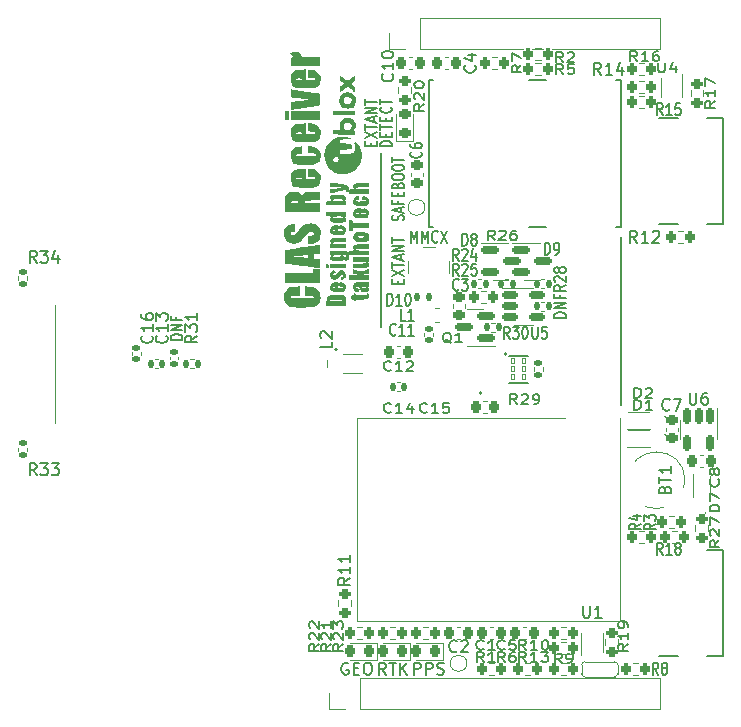
<source format=gto>
G04 #@! TF.GenerationSoftware,KiCad,Pcbnew,(6.0.9)*
G04 #@! TF.CreationDate,2023-11-11T19:45:23+09:00*
G04 #@! TF.ProjectId,CLAS_Combo_Breakout,434c4153-5f43-46f6-9d62-6f5f42726561,rev?*
G04 #@! TF.SameCoordinates,Original*
G04 #@! TF.FileFunction,Legend,Top*
G04 #@! TF.FilePolarity,Positive*
%FSLAX46Y46*%
G04 Gerber Fmt 4.6, Leading zero omitted, Abs format (unit mm)*
G04 Created by KiCad (PCBNEW (6.0.9)) date 2023-11-11 19:45:23*
%MOMM*%
%LPD*%
G01*
G04 APERTURE LIST*
G04 Aperture macros list*
%AMRoundRect*
0 Rectangle with rounded corners*
0 $1 Rounding radius*
0 $2 $3 $4 $5 $6 $7 $8 $9 X,Y pos of 4 corners*
0 Add a 4 corners polygon primitive as box body*
4,1,4,$2,$3,$4,$5,$6,$7,$8,$9,$2,$3,0*
0 Add four circle primitives for the rounded corners*
1,1,$1+$1,$2,$3*
1,1,$1+$1,$4,$5*
1,1,$1+$1,$6,$7*
1,1,$1+$1,$8,$9*
0 Add four rect primitives between the rounded corners*
20,1,$1+$1,$2,$3,$4,$5,0*
20,1,$1+$1,$4,$5,$6,$7,0*
20,1,$1+$1,$6,$7,$8,$9,0*
20,1,$1+$1,$8,$9,$2,$3,0*%
%AMOutline5P*
0 Free polygon, 5 corners , with rotation*
0 The origin of the aperture is its center*
0 number of corners: always 5*
0 $1 to $10 corner X, Y*
0 $11 Rotation angle, in degrees counterclockwise*
0 create outline with 5 corners*
4,1,5,$1,$2,$3,$4,$5,$6,$7,$8,$9,$10,$1,$2,$11*%
%AMOutline6P*
0 Free polygon, 6 corners , with rotation*
0 The origin of the aperture is its center*
0 number of corners: always 6*
0 $1 to $12 corner X, Y*
0 $13 Rotation angle, in degrees counterclockwise*
0 create outline with 6 corners*
4,1,6,$1,$2,$3,$4,$5,$6,$7,$8,$9,$10,$11,$12,$1,$2,$13*%
%AMOutline7P*
0 Free polygon, 7 corners , with rotation*
0 The origin of the aperture is its center*
0 number of corners: always 7*
0 $1 to $14 corner X, Y*
0 $15 Rotation angle, in degrees counterclockwise*
0 create outline with 7 corners*
4,1,7,$1,$2,$3,$4,$5,$6,$7,$8,$9,$10,$11,$12,$13,$14,$1,$2,$15*%
%AMOutline8P*
0 Free polygon, 8 corners , with rotation*
0 The origin of the aperture is its center*
0 number of corners: always 8*
0 $1 to $16 corner X, Y*
0 $17 Rotation angle, in degrees counterclockwise*
0 create outline with 8 corners*
4,1,8,$1,$2,$3,$4,$5,$6,$7,$8,$9,$10,$11,$12,$13,$14,$15,$16,$1,$2,$17*%
%AMFreePoly0*
4,1,13,-0.400000,0.275000,-0.384776,0.351537,-0.341421,0.416421,-0.276537,0.459776,-0.200000,0.475000,0.400000,0.475000,0.400000,-0.475000,-0.200000,-0.475000,-0.276537,-0.459776,-0.341421,-0.416421,-0.384776,-0.351537,-0.400000,-0.275000,-0.400000,0.275000,-0.400000,0.275000,$1*%
%AMFreePoly1*
4,1,13,-0.400000,0.475000,0.200000,0.475000,0.276537,0.459776,0.341421,0.416421,0.384776,0.351537,0.400000,0.275000,0.400000,-0.275000,0.384776,-0.351537,0.341421,-0.416421,0.276537,-0.459776,0.200000,-0.475000,-0.400000,-0.475000,-0.400000,0.475000,-0.400000,0.475000,$1*%
G04 Aperture macros list end*
%ADD10C,0.150000*%
%ADD11C,0.120000*%
%ADD12C,0.127000*%
%ADD13C,0.100000*%
%ADD14C,0.152400*%
%ADD15C,0.177800*%
%ADD16C,0.445000*%
%ADD17RoundRect,0.200000X-0.200000X-0.275000X0.200000X-0.275000X0.200000X0.275000X-0.200000X0.275000X0*%
%ADD18RoundRect,0.200000X0.200000X0.275000X-0.200000X0.275000X-0.200000X-0.275000X0.200000X-0.275000X0*%
%ADD19RoundRect,0.135000X-0.135000X-0.185000X0.135000X-0.185000X0.135000X0.185000X-0.135000X0.185000X0*%
%ADD20RoundRect,0.140000X-0.140000X-0.170000X0.140000X-0.170000X0.140000X0.170000X-0.140000X0.170000X0*%
%ADD21RoundRect,0.218750X0.218750X0.256250X-0.218750X0.256250X-0.218750X-0.256250X0.218750X-0.256250X0*%
%ADD22RoundRect,0.200000X-0.275000X0.200000X-0.275000X-0.200000X0.275000X-0.200000X0.275000X0.200000X0*%
%ADD23RoundRect,0.150000X0.587500X0.150000X-0.587500X0.150000X-0.587500X-0.150000X0.587500X-0.150000X0*%
%ADD24C,0.650000*%
%ADD25R,1.160000X0.600000*%
%ADD26R,1.160000X0.300000*%
%ADD27O,1.800000X1.000000*%
%ADD28O,2.100000X1.000000*%
%ADD29RoundRect,0.135000X0.185000X-0.135000X0.185000X0.135000X-0.185000X0.135000X-0.185000X-0.135000X0*%
%ADD30R,1.700000X1.700000*%
%ADD31O,1.700000X1.700000*%
%ADD32R,0.570000X1.150000*%
%ADD33RoundRect,0.225000X0.225000X0.250000X-0.225000X0.250000X-0.225000X-0.250000X0.225000X-0.250000X0*%
%ADD34R,2.000000X1.100000*%
%ADD35R,0.800000X1.100000*%
%ADD36RoundRect,0.040000X-0.165000X-0.205000X0.165000X-0.205000X0.165000X0.205000X-0.165000X0.205000X0*%
%ADD37RoundRect,0.135000X0.135000X0.185000X-0.135000X0.185000X-0.135000X-0.185000X0.135000X-0.185000X0*%
%ADD38Outline5P,-0.470000X0.470000X0.340000X0.470000X0.470000X0.340000X0.470000X-0.470000X-0.470000X-0.470000X90.000000*%
%ADD39Outline5P,-0.470000X0.340000X-0.340000X0.470000X0.470000X0.470000X0.470000X-0.470000X-0.470000X-0.470000X90.000000*%
%ADD40Outline5P,-0.470000X0.470000X0.470000X0.470000X0.470000X-0.340000X0.340000X-0.470000X-0.470000X-0.470000X90.000000*%
%ADD41Outline5P,-0.470000X0.470000X0.470000X0.470000X0.470000X-0.470000X-0.340000X-0.470000X-0.470000X-0.340000X90.000000*%
%ADD42R,0.375000X0.500000*%
%ADD43R,0.300000X0.650000*%
%ADD44RoundRect,0.140000X0.170000X-0.140000X0.170000X0.140000X-0.170000X0.140000X-0.170000X-0.140000X0*%
%ADD45RoundRect,0.150000X-0.512500X-0.150000X0.512500X-0.150000X0.512500X0.150000X-0.512500X0.150000X0*%
%ADD46RoundRect,0.200000X0.275000X-0.200000X0.275000X0.200000X-0.275000X0.200000X-0.275000X-0.200000X0*%
%ADD47RoundRect,0.225000X-0.225000X-0.250000X0.225000X-0.250000X0.225000X0.250000X-0.225000X0.250000X0*%
%ADD48R,0.838200X1.295400*%
%ADD49RoundRect,0.225000X-0.250000X0.225000X-0.250000X-0.225000X0.250000X-0.225000X0.250000X0.225000X0*%
%ADD50RoundRect,0.135000X-0.185000X0.135000X-0.185000X-0.135000X0.185000X-0.135000X0.185000X0.135000X0*%
%ADD51C,1.000000*%
%ADD52R,2.900000X6.100000*%
%ADD53R,2.900000X1.350000*%
%ADD54R,0.800000X1.500000*%
%ADD55R,1.500000X0.800000*%
%ADD56R,1.100000X1.100000*%
%ADD57R,0.800000X0.350000*%
%ADD58R,0.350000X0.800000*%
%ADD59R,2.800000X2.800000*%
%ADD60RoundRect,0.150000X-0.150000X0.512500X-0.150000X-0.512500X0.150000X-0.512500X0.150000X0.512500X0*%
%ADD61R,1.700000X4.200000*%
%ADD62RoundRect,0.150000X-0.587500X-0.150000X0.587500X-0.150000X0.587500X0.150000X-0.587500X0.150000X0*%
%ADD63RoundRect,0.147500X-0.147500X-0.172500X0.147500X-0.172500X0.147500X0.172500X-0.147500X0.172500X0*%
%ADD64C,0.700000*%
%ADD65C,4.400000*%
%ADD66RoundRect,0.140000X-0.170000X0.140000X-0.170000X-0.140000X0.170000X-0.140000X0.170000X0.140000X0*%
%ADD67R,1.100000X2.000000*%
%ADD68R,1.100000X0.800000*%
%ADD69R,0.500000X0.660000*%
%ADD70RoundRect,0.218750X0.256250X-0.218750X0.256250X0.218750X-0.256250X0.218750X-0.256250X-0.218750X0*%
%ADD71FreePoly0,0.000000*%
%ADD72R,0.800000X0.950000*%
%ADD73FreePoly1,0.000000*%
%ADD74RoundRect,0.140000X0.140000X0.170000X-0.140000X0.170000X-0.140000X-0.170000X0.140000X-0.170000X0*%
G04 APERTURE END LIST*
D10*
X151308000Y-109304000D02*
X151308000Y-123528000D01*
X130988000Y-102192000D02*
X130988000Y-116924000D01*
X114202380Y-117971428D02*
X113202380Y-117971428D01*
X113202380Y-117780952D01*
X113250000Y-117666666D01*
X113345238Y-117590476D01*
X113440476Y-117552380D01*
X113630952Y-117514285D01*
X113773809Y-117514285D01*
X113964285Y-117552380D01*
X114059523Y-117590476D01*
X114154761Y-117666666D01*
X114202380Y-117780952D01*
X114202380Y-117971428D01*
X114202380Y-117171428D02*
X113202380Y-117171428D01*
X114202380Y-116714285D01*
X113202380Y-116714285D01*
X113678571Y-116066666D02*
X113678571Y-116333333D01*
X114202380Y-116333333D02*
X113202380Y-116333333D01*
X113202380Y-115952380D01*
X133547238Y-109756380D02*
X133547238Y-108756380D01*
X133813904Y-109470666D01*
X134080571Y-108756380D01*
X134080571Y-109756380D01*
X134461523Y-109756380D02*
X134461523Y-108756380D01*
X134728190Y-109470666D01*
X134994857Y-108756380D01*
X134994857Y-109756380D01*
X135832952Y-109661142D02*
X135794857Y-109708761D01*
X135680571Y-109756380D01*
X135604380Y-109756380D01*
X135490095Y-109708761D01*
X135413904Y-109613523D01*
X135375809Y-109518285D01*
X135337714Y-109327809D01*
X135337714Y-109184952D01*
X135375809Y-108994476D01*
X135413904Y-108899238D01*
X135490095Y-108804000D01*
X135604380Y-108756380D01*
X135680571Y-108756380D01*
X135794857Y-108804000D01*
X135832952Y-108851619D01*
X136099619Y-108756380D02*
X136632952Y-109756380D01*
X136632952Y-108756380D02*
X136099619Y-109756380D01*
X131432571Y-146332380D02*
X131099238Y-145856190D01*
X130861142Y-146332380D02*
X130861142Y-145332380D01*
X131242095Y-145332380D01*
X131337333Y-145380000D01*
X131384952Y-145427619D01*
X131432571Y-145522857D01*
X131432571Y-145665714D01*
X131384952Y-145760952D01*
X131337333Y-145808571D01*
X131242095Y-145856190D01*
X130861142Y-145856190D01*
X131718285Y-145332380D02*
X132289714Y-145332380D01*
X132004000Y-146332380D02*
X132004000Y-145332380D01*
X132623047Y-146332380D02*
X132623047Y-145332380D01*
X133194476Y-146332380D02*
X132765904Y-145760952D01*
X133194476Y-145332380D02*
X132623047Y-145903809D01*
X133813904Y-146332380D02*
X133813904Y-145332380D01*
X134194857Y-145332380D01*
X134290095Y-145380000D01*
X134337714Y-145427619D01*
X134385333Y-145522857D01*
X134385333Y-145665714D01*
X134337714Y-145760952D01*
X134290095Y-145808571D01*
X134194857Y-145856190D01*
X133813904Y-145856190D01*
X134813904Y-146332380D02*
X134813904Y-145332380D01*
X135194857Y-145332380D01*
X135290095Y-145380000D01*
X135337714Y-145427619D01*
X135385333Y-145522857D01*
X135385333Y-145665714D01*
X135337714Y-145760952D01*
X135290095Y-145808571D01*
X135194857Y-145856190D01*
X134813904Y-145856190D01*
X135766285Y-146284761D02*
X135909142Y-146332380D01*
X136147238Y-146332380D01*
X136242476Y-146284761D01*
X136290095Y-146237142D01*
X136337714Y-146141904D01*
X136337714Y-146046666D01*
X136290095Y-145951428D01*
X136242476Y-145903809D01*
X136147238Y-145856190D01*
X135956761Y-145808571D01*
X135861523Y-145760952D01*
X135813904Y-145713333D01*
X135766285Y-145618095D01*
X135766285Y-145522857D01*
X135813904Y-145427619D01*
X135861523Y-145380000D01*
X135956761Y-145332380D01*
X136194857Y-145332380D01*
X136337714Y-145380000D01*
X132440571Y-113259809D02*
X132440571Y-112993142D01*
X132964380Y-112878857D02*
X132964380Y-113259809D01*
X131964380Y-113259809D01*
X131964380Y-112878857D01*
X131964380Y-112612190D02*
X132964380Y-112078857D01*
X131964380Y-112078857D02*
X132964380Y-112612190D01*
X131964380Y-111888380D02*
X131964380Y-111431238D01*
X132964380Y-111659809D02*
X131964380Y-111659809D01*
X132678666Y-111202666D02*
X132678666Y-110821714D01*
X132964380Y-111278857D02*
X131964380Y-111012190D01*
X132964380Y-110745523D01*
X132964380Y-110478857D02*
X131964380Y-110478857D01*
X132964380Y-110021714D01*
X131964380Y-110021714D01*
X131964380Y-109755047D02*
X131964380Y-109297904D01*
X132964380Y-109526476D02*
X131964380Y-109526476D01*
X146680380Y-116117428D02*
X145680380Y-116117428D01*
X145680380Y-115926952D01*
X145728000Y-115812666D01*
X145823238Y-115736476D01*
X145918476Y-115698380D01*
X146108952Y-115660285D01*
X146251809Y-115660285D01*
X146442285Y-115698380D01*
X146537523Y-115736476D01*
X146632761Y-115812666D01*
X146680380Y-115926952D01*
X146680380Y-116117428D01*
X146680380Y-115317428D02*
X145680380Y-115317428D01*
X146680380Y-114860285D01*
X145680380Y-114860285D01*
X146156571Y-114212666D02*
X146156571Y-114479333D01*
X146680380Y-114479333D02*
X145680380Y-114479333D01*
X145680380Y-114098380D01*
X132916761Y-107882857D02*
X132964380Y-107775714D01*
X132964380Y-107597142D01*
X132916761Y-107525714D01*
X132869142Y-107490000D01*
X132773904Y-107454285D01*
X132678666Y-107454285D01*
X132583428Y-107490000D01*
X132535809Y-107525714D01*
X132488190Y-107597142D01*
X132440571Y-107740000D01*
X132392952Y-107811428D01*
X132345333Y-107847142D01*
X132250095Y-107882857D01*
X132154857Y-107882857D01*
X132059619Y-107847142D01*
X132012000Y-107811428D01*
X131964380Y-107740000D01*
X131964380Y-107561428D01*
X132012000Y-107454285D01*
X132678666Y-107168571D02*
X132678666Y-106811428D01*
X132964380Y-107240000D02*
X131964380Y-106990000D01*
X132964380Y-106740000D01*
X132440571Y-106240000D02*
X132440571Y-106490000D01*
X132964380Y-106490000D02*
X131964380Y-106490000D01*
X131964380Y-106132857D01*
X132440571Y-105847142D02*
X132440571Y-105597142D01*
X132964380Y-105490000D02*
X132964380Y-105847142D01*
X131964380Y-105847142D01*
X131964380Y-105490000D01*
X132440571Y-104918571D02*
X132488190Y-104811428D01*
X132535809Y-104775714D01*
X132631047Y-104740000D01*
X132773904Y-104740000D01*
X132869142Y-104775714D01*
X132916761Y-104811428D01*
X132964380Y-104882857D01*
X132964380Y-105168571D01*
X131964380Y-105168571D01*
X131964380Y-104918571D01*
X132012000Y-104847142D01*
X132059619Y-104811428D01*
X132154857Y-104775714D01*
X132250095Y-104775714D01*
X132345333Y-104811428D01*
X132392952Y-104847142D01*
X132440571Y-104918571D01*
X132440571Y-105168571D01*
X131964380Y-104275714D02*
X131964380Y-104132857D01*
X132012000Y-104061428D01*
X132107238Y-103990000D01*
X132297714Y-103954285D01*
X132631047Y-103954285D01*
X132821523Y-103990000D01*
X132916761Y-104061428D01*
X132964380Y-104132857D01*
X132964380Y-104275714D01*
X132916761Y-104347142D01*
X132821523Y-104418571D01*
X132631047Y-104454285D01*
X132297714Y-104454285D01*
X132107238Y-104418571D01*
X132012000Y-104347142D01*
X131964380Y-104275714D01*
X131964380Y-103490000D02*
X131964380Y-103347142D01*
X132012000Y-103275714D01*
X132107238Y-103204285D01*
X132297714Y-103168571D01*
X132631047Y-103168571D01*
X132821523Y-103204285D01*
X132916761Y-103275714D01*
X132964380Y-103347142D01*
X132964380Y-103490000D01*
X132916761Y-103561428D01*
X132821523Y-103632857D01*
X132631047Y-103668571D01*
X132297714Y-103668571D01*
X132107238Y-103632857D01*
X132012000Y-103561428D01*
X131964380Y-103490000D01*
X131964380Y-102954285D02*
X131964380Y-102525714D01*
X132964380Y-102740000D02*
X131964380Y-102740000D01*
X128241714Y-145380000D02*
X128146476Y-145332380D01*
X128003619Y-145332380D01*
X127860761Y-145380000D01*
X127765523Y-145475238D01*
X127717904Y-145570476D01*
X127670285Y-145760952D01*
X127670285Y-145903809D01*
X127717904Y-146094285D01*
X127765523Y-146189523D01*
X127860761Y-146284761D01*
X128003619Y-146332380D01*
X128098857Y-146332380D01*
X128241714Y-146284761D01*
X128289333Y-146237142D01*
X128289333Y-145903809D01*
X128098857Y-145903809D01*
X128717904Y-145808571D02*
X129051238Y-145808571D01*
X129194095Y-146332380D02*
X128717904Y-146332380D01*
X128717904Y-145332380D01*
X129194095Y-145332380D01*
X129813142Y-145332380D02*
X130003619Y-145332380D01*
X130098857Y-145380000D01*
X130194095Y-145475238D01*
X130241714Y-145665714D01*
X130241714Y-145999047D01*
X130194095Y-146189523D01*
X130098857Y-146284761D01*
X130003619Y-146332380D01*
X129813142Y-146332380D01*
X129717904Y-146284761D01*
X129622666Y-146189523D01*
X129575047Y-145999047D01*
X129575047Y-145665714D01*
X129622666Y-145475238D01*
X129717904Y-145380000D01*
X129813142Y-145332380D01*
X130154571Y-101575809D02*
X130154571Y-101309142D01*
X130678380Y-101194857D02*
X130678380Y-101575809D01*
X129678380Y-101575809D01*
X129678380Y-101194857D01*
X129678380Y-100928190D02*
X130678380Y-100394857D01*
X129678380Y-100394857D02*
X130678380Y-100928190D01*
X129678380Y-100204380D02*
X129678380Y-99747238D01*
X130678380Y-99975809D02*
X129678380Y-99975809D01*
X130392666Y-99518666D02*
X130392666Y-99137714D01*
X130678380Y-99594857D02*
X129678380Y-99328190D01*
X130678380Y-99061523D01*
X130678380Y-98794857D02*
X129678380Y-98794857D01*
X130678380Y-98337714D01*
X129678380Y-98337714D01*
X129678380Y-98071047D02*
X129678380Y-97613904D01*
X130678380Y-97842476D02*
X129678380Y-97842476D01*
X131948380Y-101594857D02*
X130948380Y-101594857D01*
X130948380Y-101404380D01*
X130996000Y-101290095D01*
X131091238Y-101213904D01*
X131186476Y-101175809D01*
X131376952Y-101137714D01*
X131519809Y-101137714D01*
X131710285Y-101175809D01*
X131805523Y-101213904D01*
X131900761Y-101290095D01*
X131948380Y-101404380D01*
X131948380Y-101594857D01*
X131424571Y-100794857D02*
X131424571Y-100528190D01*
X131948380Y-100413904D02*
X131948380Y-100794857D01*
X130948380Y-100794857D01*
X130948380Y-100413904D01*
X130948380Y-100185333D02*
X130948380Y-99728190D01*
X131948380Y-99956761D02*
X130948380Y-99956761D01*
X131424571Y-99461523D02*
X131424571Y-99194857D01*
X131948380Y-99080571D02*
X131948380Y-99461523D01*
X130948380Y-99461523D01*
X130948380Y-99080571D01*
X131853142Y-98280571D02*
X131900761Y-98318666D01*
X131948380Y-98432952D01*
X131948380Y-98509142D01*
X131900761Y-98623428D01*
X131805523Y-98699619D01*
X131710285Y-98737714D01*
X131519809Y-98775809D01*
X131376952Y-98775809D01*
X131186476Y-98737714D01*
X131091238Y-98699619D01*
X130996000Y-98623428D01*
X130948380Y-98509142D01*
X130948380Y-98432952D01*
X130996000Y-98318666D01*
X131043619Y-98280571D01*
X130948380Y-98052000D02*
X130948380Y-97594857D01*
X131948380Y-97823428D02*
X130948380Y-97823428D01*
X142906904Y-94738666D02*
X142525952Y-95072000D01*
X142906904Y-95310095D02*
X142106904Y-95310095D01*
X142106904Y-94929142D01*
X142145000Y-94833904D01*
X142183095Y-94786285D01*
X142259285Y-94738666D01*
X142373571Y-94738666D01*
X142449761Y-94786285D01*
X142487857Y-94833904D01*
X142525952Y-94929142D01*
X142525952Y-95310095D01*
X142106904Y-94405333D02*
X142106904Y-93738666D01*
X142906904Y-94167238D01*
X154857714Y-136172380D02*
X154591047Y-135696190D01*
X154400571Y-136172380D02*
X154400571Y-135172380D01*
X154705333Y-135172380D01*
X154781523Y-135220000D01*
X154819619Y-135267619D01*
X154857714Y-135362857D01*
X154857714Y-135505714D01*
X154819619Y-135600952D01*
X154781523Y-135648571D01*
X154705333Y-135696190D01*
X154400571Y-135696190D01*
X155619619Y-136172380D02*
X155162476Y-136172380D01*
X155391047Y-136172380D02*
X155391047Y-135172380D01*
X155314857Y-135315238D01*
X155238666Y-135410476D01*
X155162476Y-135458095D01*
X156076761Y-135600952D02*
X156000571Y-135553333D01*
X155962476Y-135505714D01*
X155924380Y-135410476D01*
X155924380Y-135362857D01*
X155962476Y-135267619D01*
X156000571Y-135220000D01*
X156076761Y-135172380D01*
X156229142Y-135172380D01*
X156305333Y-135220000D01*
X156343428Y-135267619D01*
X156381523Y-135362857D01*
X156381523Y-135410476D01*
X156343428Y-135505714D01*
X156305333Y-135553333D01*
X156229142Y-135600952D01*
X156076761Y-135600952D01*
X156000571Y-135648571D01*
X155962476Y-135696190D01*
X155924380Y-135791428D01*
X155924380Y-135981904D01*
X155962476Y-136077142D01*
X156000571Y-136124761D01*
X156076761Y-136172380D01*
X156229142Y-136172380D01*
X156305333Y-136124761D01*
X156343428Y-136077142D01*
X156381523Y-135981904D01*
X156381523Y-135791428D01*
X156343428Y-135696190D01*
X156305333Y-135648571D01*
X156229142Y-135600952D01*
X137596309Y-112550380D02*
X137329642Y-112074190D01*
X137139166Y-112550380D02*
X137139166Y-111550380D01*
X137443928Y-111550380D01*
X137520119Y-111598000D01*
X137558214Y-111645619D01*
X137596309Y-111740857D01*
X137596309Y-111883714D01*
X137558214Y-111978952D01*
X137520119Y-112026571D01*
X137443928Y-112074190D01*
X137139166Y-112074190D01*
X137901071Y-111645619D02*
X137939166Y-111598000D01*
X138015357Y-111550380D01*
X138205833Y-111550380D01*
X138282023Y-111598000D01*
X138320119Y-111645619D01*
X138358214Y-111740857D01*
X138358214Y-111836095D01*
X138320119Y-111978952D01*
X137862976Y-112550380D01*
X138358214Y-112550380D01*
X139082023Y-111550380D02*
X138701071Y-111550380D01*
X138662976Y-112026571D01*
X138701071Y-111978952D01*
X138777261Y-111931333D01*
X138967738Y-111931333D01*
X139043928Y-111978952D01*
X139082023Y-112026571D01*
X139120119Y-112121809D01*
X139120119Y-112359904D01*
X139082023Y-112455142D01*
X139043928Y-112502761D01*
X138967738Y-112550380D01*
X138777261Y-112550380D01*
X138701071Y-112502761D01*
X138662976Y-112455142D01*
X112857142Y-117642857D02*
X112904761Y-117690476D01*
X112952380Y-117833333D01*
X112952380Y-117928571D01*
X112904761Y-118071428D01*
X112809523Y-118166666D01*
X112714285Y-118214285D01*
X112523809Y-118261904D01*
X112380952Y-118261904D01*
X112190476Y-118214285D01*
X112095238Y-118166666D01*
X112000000Y-118071428D01*
X111952380Y-117928571D01*
X111952380Y-117833333D01*
X112000000Y-117690476D01*
X112047619Y-117642857D01*
X112952380Y-116690476D02*
X112952380Y-117261904D01*
X112952380Y-116976190D02*
X111952380Y-116976190D01*
X112095238Y-117071428D01*
X112190476Y-117166666D01*
X112238095Y-117261904D01*
X111952380Y-116357142D02*
X111952380Y-115738095D01*
X112333333Y-116071428D01*
X112333333Y-115928571D01*
X112380952Y-115833333D01*
X112428571Y-115785714D01*
X112523809Y-115738095D01*
X112761904Y-115738095D01*
X112857142Y-115785714D01*
X112904761Y-115833333D01*
X112952380Y-115928571D01*
X112952380Y-116214285D01*
X112904761Y-116309523D01*
X112857142Y-116357142D01*
X159289904Y-97754857D02*
X158908952Y-98088190D01*
X159289904Y-98326285D02*
X158489904Y-98326285D01*
X158489904Y-97945333D01*
X158528000Y-97850095D01*
X158566095Y-97802476D01*
X158642285Y-97754857D01*
X158756571Y-97754857D01*
X158832761Y-97802476D01*
X158870857Y-97850095D01*
X158908952Y-97945333D01*
X158908952Y-98326285D01*
X159289904Y-96802476D02*
X159289904Y-97373904D01*
X159289904Y-97088190D02*
X158489904Y-97088190D01*
X158604190Y-97183428D01*
X158680380Y-97278666D01*
X158718476Y-97373904D01*
X158489904Y-96469142D02*
X158489904Y-95802476D01*
X159289904Y-96231047D01*
X136988761Y-118251095D02*
X136893523Y-118213000D01*
X136798285Y-118136809D01*
X136655428Y-118022523D01*
X136560190Y-117984428D01*
X136464952Y-117984428D01*
X136512571Y-118174904D02*
X136417333Y-118136809D01*
X136322095Y-118060619D01*
X136274476Y-117908238D01*
X136274476Y-117641571D01*
X136322095Y-117489190D01*
X136417333Y-117413000D01*
X136512571Y-117374904D01*
X136703047Y-117374904D01*
X136798285Y-117413000D01*
X136893523Y-117489190D01*
X136941142Y-117641571D01*
X136941142Y-117908238D01*
X136893523Y-118060619D01*
X136798285Y-118136809D01*
X136703047Y-118174904D01*
X136512571Y-118174904D01*
X137893523Y-118174904D02*
X137322095Y-118174904D01*
X137607809Y-118174904D02*
X137607809Y-117374904D01*
X137512571Y-117489190D01*
X137417333Y-117565380D01*
X137322095Y-117603476D01*
X143299142Y-145225904D02*
X142965809Y-144844952D01*
X142727714Y-145225904D02*
X142727714Y-144425904D01*
X143108666Y-144425904D01*
X143203904Y-144464000D01*
X143251523Y-144502095D01*
X143299142Y-144578285D01*
X143299142Y-144692571D01*
X143251523Y-144768761D01*
X143203904Y-144806857D01*
X143108666Y-144844952D01*
X142727714Y-144844952D01*
X144251523Y-145225904D02*
X143680095Y-145225904D01*
X143965809Y-145225904D02*
X143965809Y-144425904D01*
X143870571Y-144540190D01*
X143775333Y-144616380D01*
X143680095Y-144654476D01*
X144584857Y-144425904D02*
X145203904Y-144425904D01*
X144870571Y-144730666D01*
X145013428Y-144730666D01*
X145108666Y-144768761D01*
X145156285Y-144806857D01*
X145203904Y-144883047D01*
X145203904Y-145073523D01*
X145156285Y-145149714D01*
X145108666Y-145187809D01*
X145013428Y-145225904D01*
X144727714Y-145225904D01*
X144632476Y-145187809D01*
X144584857Y-145149714D01*
X142537142Y-123381904D02*
X142203809Y-123000952D01*
X141965714Y-123381904D02*
X141965714Y-122581904D01*
X142346666Y-122581904D01*
X142441904Y-122620000D01*
X142489523Y-122658095D01*
X142537142Y-122734285D01*
X142537142Y-122848571D01*
X142489523Y-122924761D01*
X142441904Y-122962857D01*
X142346666Y-123000952D01*
X141965714Y-123000952D01*
X142918095Y-122658095D02*
X142965714Y-122620000D01*
X143060952Y-122581904D01*
X143299047Y-122581904D01*
X143394285Y-122620000D01*
X143441904Y-122658095D01*
X143489523Y-122734285D01*
X143489523Y-122810476D01*
X143441904Y-122924761D01*
X142870476Y-123381904D01*
X143489523Y-123381904D01*
X143965714Y-123381904D02*
X144156190Y-123381904D01*
X144251428Y-123343809D01*
X144299047Y-123305714D01*
X144394285Y-123191428D01*
X144441904Y-123039047D01*
X144441904Y-122734285D01*
X144394285Y-122658095D01*
X144346666Y-122620000D01*
X144251428Y-122581904D01*
X144060952Y-122581904D01*
X143965714Y-122620000D01*
X143918095Y-122658095D01*
X143870476Y-122734285D01*
X143870476Y-122924761D01*
X143918095Y-123000952D01*
X143965714Y-123039047D01*
X144060952Y-123077142D01*
X144251428Y-123077142D01*
X144346666Y-123039047D01*
X144394285Y-123000952D01*
X144441904Y-122924761D01*
X133100404Y-116360380D02*
X132719452Y-116360380D01*
X132719452Y-115360380D01*
X133786119Y-116360380D02*
X133328976Y-116360380D01*
X133557547Y-116360380D02*
X133557547Y-115360380D01*
X133481357Y-115503238D01*
X133405166Y-115598476D01*
X133328976Y-115646095D01*
X154300380Y-133567333D02*
X153824190Y-133834000D01*
X154300380Y-134024476D02*
X153300380Y-134024476D01*
X153300380Y-133719714D01*
X153348000Y-133643523D01*
X153395619Y-133605428D01*
X153490857Y-133567333D01*
X153633714Y-133567333D01*
X153728952Y-133605428D01*
X153776571Y-133643523D01*
X153824190Y-133719714D01*
X153824190Y-134024476D01*
X153300380Y-133300666D02*
X153300380Y-132805428D01*
X153681333Y-133072095D01*
X153681333Y-132957809D01*
X153728952Y-132881619D01*
X153776571Y-132843523D01*
X153871809Y-132805428D01*
X154109904Y-132805428D01*
X154205142Y-132843523D01*
X154252761Y-132881619D01*
X154300380Y-132957809D01*
X154300380Y-133186380D01*
X154252761Y-133262571D01*
X154205142Y-133300666D01*
X143299142Y-144209904D02*
X142965809Y-143828952D01*
X142727714Y-144209904D02*
X142727714Y-143409904D01*
X143108666Y-143409904D01*
X143203904Y-143448000D01*
X143251523Y-143486095D01*
X143299142Y-143562285D01*
X143299142Y-143676571D01*
X143251523Y-143752761D01*
X143203904Y-143790857D01*
X143108666Y-143828952D01*
X142727714Y-143828952D01*
X144251523Y-144209904D02*
X143680095Y-144209904D01*
X143965809Y-144209904D02*
X143965809Y-143409904D01*
X143870571Y-143524190D01*
X143775333Y-143600380D01*
X143680095Y-143638476D01*
X144870571Y-143409904D02*
X144965809Y-143409904D01*
X145061047Y-143448000D01*
X145108666Y-143486095D01*
X145156285Y-143562285D01*
X145203904Y-143714666D01*
X145203904Y-143905142D01*
X145156285Y-144057523D01*
X145108666Y-144133714D01*
X145061047Y-144171809D01*
X144965809Y-144209904D01*
X144870571Y-144209904D01*
X144775333Y-144171809D01*
X144727714Y-144133714D01*
X144680095Y-144057523D01*
X144632476Y-143905142D01*
X144632476Y-143714666D01*
X144680095Y-143562285D01*
X144727714Y-143486095D01*
X144775333Y-143448000D01*
X144870571Y-143409904D01*
X131980142Y-95468857D02*
X132027761Y-95516476D01*
X132075380Y-95659333D01*
X132075380Y-95754571D01*
X132027761Y-95897428D01*
X131932523Y-95992666D01*
X131837285Y-96040285D01*
X131646809Y-96087904D01*
X131503952Y-96087904D01*
X131313476Y-96040285D01*
X131218238Y-95992666D01*
X131123000Y-95897428D01*
X131075380Y-95754571D01*
X131075380Y-95659333D01*
X131123000Y-95516476D01*
X131170619Y-95468857D01*
X132075380Y-94516476D02*
X132075380Y-95087904D01*
X132075380Y-94802190D02*
X131075380Y-94802190D01*
X131218238Y-94897428D01*
X131313476Y-94992666D01*
X131361095Y-95087904D01*
X131075380Y-93897428D02*
X131075380Y-93802190D01*
X131123000Y-93706952D01*
X131170619Y-93659333D01*
X131265857Y-93611714D01*
X131456333Y-93564095D01*
X131694428Y-93564095D01*
X131884904Y-93611714D01*
X131980142Y-93659333D01*
X132027761Y-93706952D01*
X132075380Y-93802190D01*
X132075380Y-93897428D01*
X132027761Y-93992666D01*
X131980142Y-94040285D01*
X131884904Y-94087904D01*
X131694428Y-94135523D01*
X131456333Y-94135523D01*
X131265857Y-94087904D01*
X131170619Y-94040285D01*
X131123000Y-93992666D01*
X131075380Y-93897428D01*
X152474904Y-122873904D02*
X152474904Y-122073904D01*
X152713000Y-122073904D01*
X152855857Y-122112000D01*
X152951095Y-122188190D01*
X152998714Y-122264380D01*
X153046333Y-122416761D01*
X153046333Y-122531047D01*
X152998714Y-122683428D01*
X152951095Y-122759619D01*
X152855857Y-122835809D01*
X152713000Y-122873904D01*
X152474904Y-122873904D01*
X153427285Y-122150095D02*
X153474904Y-122112000D01*
X153570142Y-122073904D01*
X153808238Y-122073904D01*
X153903476Y-122112000D01*
X153951095Y-122150095D01*
X153998714Y-122226285D01*
X153998714Y-122302476D01*
X153951095Y-122416761D01*
X153379666Y-122873904D01*
X153998714Y-122873904D01*
X146442333Y-94425904D02*
X146109000Y-94044952D01*
X145870904Y-94425904D02*
X145870904Y-93625904D01*
X146251857Y-93625904D01*
X146347095Y-93664000D01*
X146394714Y-93702095D01*
X146442333Y-93778285D01*
X146442333Y-93892571D01*
X146394714Y-93968761D01*
X146347095Y-94006857D01*
X146251857Y-94044952D01*
X145870904Y-94044952D01*
X146823285Y-93702095D02*
X146870904Y-93664000D01*
X146966142Y-93625904D01*
X147204238Y-93625904D01*
X147299476Y-93664000D01*
X147347095Y-93702095D01*
X147394714Y-93778285D01*
X147394714Y-93854476D01*
X147347095Y-93968761D01*
X146775666Y-94425904D01*
X147394714Y-94425904D01*
X140632142Y-109538904D02*
X140298809Y-109157952D01*
X140060714Y-109538904D02*
X140060714Y-108738904D01*
X140441666Y-108738904D01*
X140536904Y-108777000D01*
X140584523Y-108815095D01*
X140632142Y-108891285D01*
X140632142Y-109005571D01*
X140584523Y-109081761D01*
X140536904Y-109119857D01*
X140441666Y-109157952D01*
X140060714Y-109157952D01*
X141013095Y-108815095D02*
X141060714Y-108777000D01*
X141155952Y-108738904D01*
X141394047Y-108738904D01*
X141489285Y-108777000D01*
X141536904Y-108815095D01*
X141584523Y-108891285D01*
X141584523Y-108967476D01*
X141536904Y-109081761D01*
X140965476Y-109538904D01*
X141584523Y-109538904D01*
X142441666Y-108738904D02*
X142251190Y-108738904D01*
X142155952Y-108777000D01*
X142108333Y-108815095D01*
X142013095Y-108929380D01*
X141965476Y-109081761D01*
X141965476Y-109386523D01*
X142013095Y-109462714D01*
X142060714Y-109500809D01*
X142155952Y-109538904D01*
X142346428Y-109538904D01*
X142441666Y-109500809D01*
X142489285Y-109462714D01*
X142536904Y-109386523D01*
X142536904Y-109196047D01*
X142489285Y-109119857D01*
X142441666Y-109081761D01*
X142346428Y-109043666D01*
X142155952Y-109043666D01*
X142060714Y-109081761D01*
X142013095Y-109119857D01*
X141965476Y-109196047D01*
X146680380Y-113374285D02*
X146204190Y-113640952D01*
X146680380Y-113831428D02*
X145680380Y-113831428D01*
X145680380Y-113526666D01*
X145728000Y-113450476D01*
X145775619Y-113412380D01*
X145870857Y-113374285D01*
X146013714Y-113374285D01*
X146108952Y-113412380D01*
X146156571Y-113450476D01*
X146204190Y-113526666D01*
X146204190Y-113831428D01*
X145775619Y-113069523D02*
X145728000Y-113031428D01*
X145680380Y-112955238D01*
X145680380Y-112764761D01*
X145728000Y-112688571D01*
X145775619Y-112650476D01*
X145870857Y-112612380D01*
X145966095Y-112612380D01*
X146108952Y-112650476D01*
X146680380Y-113107619D01*
X146680380Y-112612380D01*
X146108952Y-112155238D02*
X146061333Y-112231428D01*
X146013714Y-112269523D01*
X145918476Y-112307619D01*
X145870857Y-112307619D01*
X145775619Y-112269523D01*
X145728000Y-112231428D01*
X145680380Y-112155238D01*
X145680380Y-112002857D01*
X145728000Y-111926666D01*
X145775619Y-111888571D01*
X145870857Y-111850476D01*
X145918476Y-111850476D01*
X146013714Y-111888571D01*
X146061333Y-111926666D01*
X146108952Y-112002857D01*
X146108952Y-112155238D01*
X146156571Y-112231428D01*
X146204190Y-112269523D01*
X146299428Y-112307619D01*
X146489904Y-112307619D01*
X146585142Y-112269523D01*
X146632761Y-112231428D01*
X146680380Y-112155238D01*
X146680380Y-112002857D01*
X146632761Y-111926666D01*
X146585142Y-111888571D01*
X146489904Y-111850476D01*
X146299428Y-111850476D01*
X146204190Y-111888571D01*
X146156571Y-111926666D01*
X146108952Y-112002857D01*
X138965142Y-94738666D02*
X139012761Y-94786285D01*
X139060380Y-94929142D01*
X139060380Y-95024380D01*
X139012761Y-95167238D01*
X138917523Y-95262476D01*
X138822285Y-95310095D01*
X138631809Y-95357714D01*
X138488952Y-95357714D01*
X138298476Y-95310095D01*
X138203238Y-95262476D01*
X138108000Y-95167238D01*
X138060380Y-95024380D01*
X138060380Y-94929142D01*
X138108000Y-94786285D01*
X138155619Y-94738666D01*
X138393714Y-93881523D02*
X139060380Y-93881523D01*
X138012761Y-94119619D02*
X138727047Y-94357714D01*
X138727047Y-93738666D01*
X148133095Y-140506380D02*
X148133095Y-141315904D01*
X148180714Y-141411142D01*
X148228333Y-141458761D01*
X148323571Y-141506380D01*
X148514047Y-141506380D01*
X148609285Y-141458761D01*
X148656904Y-141411142D01*
X148704523Y-141315904D01*
X148704523Y-140506380D01*
X149704523Y-141506380D02*
X149133095Y-141506380D01*
X149418809Y-141506380D02*
X149418809Y-140506380D01*
X149323571Y-140649238D01*
X149228333Y-140744476D01*
X149133095Y-140792095D01*
X143840476Y-116884380D02*
X143840476Y-117693904D01*
X143878571Y-117789142D01*
X143916666Y-117836761D01*
X143992857Y-117884380D01*
X144145238Y-117884380D01*
X144221428Y-117836761D01*
X144259523Y-117789142D01*
X144297619Y-117693904D01*
X144297619Y-116884380D01*
X145059523Y-116884380D02*
X144678571Y-116884380D01*
X144640476Y-117360571D01*
X144678571Y-117312952D01*
X144754761Y-117265333D01*
X144945238Y-117265333D01*
X145021428Y-117312952D01*
X145059523Y-117360571D01*
X145097619Y-117455809D01*
X145097619Y-117693904D01*
X145059523Y-117789142D01*
X145021428Y-117836761D01*
X144945238Y-117884380D01*
X144754761Y-117884380D01*
X144678571Y-117836761D01*
X144640476Y-117789142D01*
X128392380Y-138140857D02*
X127916190Y-138474190D01*
X128392380Y-138712285D02*
X127392380Y-138712285D01*
X127392380Y-138331333D01*
X127440000Y-138236095D01*
X127487619Y-138188476D01*
X127582857Y-138140857D01*
X127725714Y-138140857D01*
X127820952Y-138188476D01*
X127868571Y-138236095D01*
X127916190Y-138331333D01*
X127916190Y-138712285D01*
X128392380Y-137188476D02*
X128392380Y-137759904D01*
X128392380Y-137474190D02*
X127392380Y-137474190D01*
X127535238Y-137569428D01*
X127630476Y-137664666D01*
X127678095Y-137759904D01*
X128392380Y-136236095D02*
X128392380Y-136807523D01*
X128392380Y-136521809D02*
X127392380Y-136521809D01*
X127535238Y-136617047D01*
X127630476Y-136712285D01*
X127678095Y-136807523D01*
X131869142Y-120511714D02*
X131821523Y-120549809D01*
X131678666Y-120587904D01*
X131583428Y-120587904D01*
X131440571Y-120549809D01*
X131345333Y-120473619D01*
X131297714Y-120397428D01*
X131250095Y-120245047D01*
X131250095Y-120130761D01*
X131297714Y-119978380D01*
X131345333Y-119902190D01*
X131440571Y-119826000D01*
X131583428Y-119787904D01*
X131678666Y-119787904D01*
X131821523Y-119826000D01*
X131869142Y-119864095D01*
X132821523Y-120587904D02*
X132250095Y-120587904D01*
X132535809Y-120587904D02*
X132535809Y-119787904D01*
X132440571Y-119902190D01*
X132345333Y-119978380D01*
X132250095Y-120016476D01*
X133202476Y-119864095D02*
X133250095Y-119826000D01*
X133345333Y-119787904D01*
X133583428Y-119787904D01*
X133678666Y-119826000D01*
X133726285Y-119864095D01*
X133773904Y-119940285D01*
X133773904Y-120016476D01*
X133726285Y-120130761D01*
X133154857Y-120587904D01*
X133773904Y-120587904D01*
X134393142Y-102071333D02*
X134440761Y-102109428D01*
X134488380Y-102223714D01*
X134488380Y-102299904D01*
X134440761Y-102414190D01*
X134345523Y-102490380D01*
X134250285Y-102528476D01*
X134059809Y-102566571D01*
X133916952Y-102566571D01*
X133726476Y-102528476D01*
X133631238Y-102490380D01*
X133536000Y-102414190D01*
X133488380Y-102299904D01*
X133488380Y-102223714D01*
X133536000Y-102109428D01*
X133583619Y-102071333D01*
X133488380Y-101385619D02*
X133488380Y-101538000D01*
X133536000Y-101614190D01*
X133583619Y-101652285D01*
X133726476Y-101728476D01*
X133916952Y-101766571D01*
X134297904Y-101766571D01*
X134393142Y-101728476D01*
X134440761Y-101690380D01*
X134488380Y-101614190D01*
X134488380Y-101461809D01*
X134440761Y-101385619D01*
X134393142Y-101347523D01*
X134297904Y-101309428D01*
X134059809Y-101309428D01*
X133964571Y-101347523D01*
X133916952Y-101385619D01*
X133869333Y-101461809D01*
X133869333Y-101614190D01*
X133916952Y-101690380D01*
X133964571Y-101728476D01*
X134059809Y-101766571D01*
X101857142Y-129452380D02*
X101523809Y-128976190D01*
X101285714Y-129452380D02*
X101285714Y-128452380D01*
X101666666Y-128452380D01*
X101761904Y-128500000D01*
X101809523Y-128547619D01*
X101857142Y-128642857D01*
X101857142Y-128785714D01*
X101809523Y-128880952D01*
X101761904Y-128928571D01*
X101666666Y-128976190D01*
X101285714Y-128976190D01*
X102190476Y-128452380D02*
X102809523Y-128452380D01*
X102476190Y-128833333D01*
X102619047Y-128833333D01*
X102714285Y-128880952D01*
X102761904Y-128928571D01*
X102809523Y-129023809D01*
X102809523Y-129261904D01*
X102761904Y-129357142D01*
X102714285Y-129404761D01*
X102619047Y-129452380D01*
X102333333Y-129452380D01*
X102238095Y-129404761D01*
X102190476Y-129357142D01*
X103142857Y-128452380D02*
X103761904Y-128452380D01*
X103428571Y-128833333D01*
X103571428Y-128833333D01*
X103666666Y-128880952D01*
X103714285Y-128928571D01*
X103761904Y-129023809D01*
X103761904Y-129261904D01*
X103714285Y-129357142D01*
X103666666Y-129404761D01*
X103571428Y-129452380D01*
X103285714Y-129452380D01*
X103190476Y-129404761D01*
X103142857Y-129357142D01*
X101857142Y-111452380D02*
X101523809Y-110976190D01*
X101285714Y-111452380D02*
X101285714Y-110452380D01*
X101666666Y-110452380D01*
X101761904Y-110500000D01*
X101809523Y-110547619D01*
X101857142Y-110642857D01*
X101857142Y-110785714D01*
X101809523Y-110880952D01*
X101761904Y-110928571D01*
X101666666Y-110976190D01*
X101285714Y-110976190D01*
X102190476Y-110452380D02*
X102809523Y-110452380D01*
X102476190Y-110833333D01*
X102619047Y-110833333D01*
X102714285Y-110880952D01*
X102761904Y-110928571D01*
X102809523Y-111023809D01*
X102809523Y-111261904D01*
X102761904Y-111357142D01*
X102714285Y-111404761D01*
X102619047Y-111452380D01*
X102333333Y-111452380D01*
X102238095Y-111404761D01*
X102190476Y-111357142D01*
X103666666Y-110785714D02*
X103666666Y-111452380D01*
X103428571Y-110404761D02*
X103190476Y-111119047D01*
X103809523Y-111119047D01*
X152474904Y-123889904D02*
X152474904Y-123089904D01*
X152713000Y-123089904D01*
X152855857Y-123128000D01*
X152951095Y-123204190D01*
X152998714Y-123280380D01*
X153046333Y-123432761D01*
X153046333Y-123547047D01*
X152998714Y-123699428D01*
X152951095Y-123775619D01*
X152855857Y-123851809D01*
X152713000Y-123889904D01*
X152474904Y-123889904D01*
X153998714Y-123889904D02*
X153427285Y-123889904D01*
X153713000Y-123889904D02*
X153713000Y-123089904D01*
X153617761Y-123204190D01*
X153522523Y-123280380D01*
X153427285Y-123318476D01*
X139711333Y-145225904D02*
X139378000Y-144844952D01*
X139139904Y-145225904D02*
X139139904Y-144425904D01*
X139520857Y-144425904D01*
X139616095Y-144464000D01*
X139663714Y-144502095D01*
X139711333Y-144578285D01*
X139711333Y-144692571D01*
X139663714Y-144768761D01*
X139616095Y-144806857D01*
X139520857Y-144844952D01*
X139139904Y-144844952D01*
X140663714Y-145225904D02*
X140092285Y-145225904D01*
X140378000Y-145225904D02*
X140378000Y-144425904D01*
X140282761Y-144540190D01*
X140187523Y-144616380D01*
X140092285Y-144654476D01*
X157150095Y-122472380D02*
X157150095Y-123281904D01*
X157197714Y-123377142D01*
X157245333Y-123424761D01*
X157340571Y-123472380D01*
X157531047Y-123472380D01*
X157626285Y-123424761D01*
X157673904Y-123377142D01*
X157721523Y-123281904D01*
X157721523Y-122472380D01*
X158626285Y-122472380D02*
X158435809Y-122472380D01*
X158340571Y-122520000D01*
X158292952Y-122567619D01*
X158197714Y-122710476D01*
X158150095Y-122900952D01*
X158150095Y-123281904D01*
X158197714Y-123377142D01*
X158245333Y-123424761D01*
X158340571Y-123472380D01*
X158531047Y-123472380D01*
X158626285Y-123424761D01*
X158673904Y-123377142D01*
X158721523Y-123281904D01*
X158721523Y-123043809D01*
X158673904Y-122948571D01*
X158626285Y-122900952D01*
X158531047Y-122853333D01*
X158340571Y-122853333D01*
X158245333Y-122900952D01*
X158197714Y-122948571D01*
X158150095Y-123043809D01*
X155046571Y-130663714D02*
X155094190Y-130520857D01*
X155141809Y-130473238D01*
X155237047Y-130425619D01*
X155379904Y-130425619D01*
X155475142Y-130473238D01*
X155522761Y-130520857D01*
X155570380Y-130616095D01*
X155570380Y-130997047D01*
X154570380Y-130997047D01*
X154570380Y-130663714D01*
X154618000Y-130568476D01*
X154665619Y-130520857D01*
X154760857Y-130473238D01*
X154856095Y-130473238D01*
X154951333Y-130520857D01*
X154998952Y-130568476D01*
X155046571Y-130663714D01*
X155046571Y-130997047D01*
X154570380Y-130139904D02*
X154570380Y-129568476D01*
X155570380Y-129854190D02*
X154570380Y-129854190D01*
X155570380Y-128711333D02*
X155570380Y-129282761D01*
X155570380Y-128997047D02*
X154570380Y-128997047D01*
X154713238Y-129092285D01*
X154808476Y-129187523D01*
X154856095Y-129282761D01*
X126777904Y-143728857D02*
X126396952Y-144062190D01*
X126777904Y-144300285D02*
X125977904Y-144300285D01*
X125977904Y-143919333D01*
X126016000Y-143824095D01*
X126054095Y-143776476D01*
X126130285Y-143728857D01*
X126244571Y-143728857D01*
X126320761Y-143776476D01*
X126358857Y-143824095D01*
X126396952Y-143919333D01*
X126396952Y-144300285D01*
X126054095Y-143347904D02*
X126016000Y-143300285D01*
X125977904Y-143205047D01*
X125977904Y-142966952D01*
X126016000Y-142871714D01*
X126054095Y-142824095D01*
X126130285Y-142776476D01*
X126206476Y-142776476D01*
X126320761Y-142824095D01*
X126777904Y-143395523D01*
X126777904Y-142776476D01*
X126777904Y-141824095D02*
X126777904Y-142395523D01*
X126777904Y-142109809D02*
X125977904Y-142109809D01*
X126092190Y-142205047D01*
X126168380Y-142300285D01*
X126206476Y-142395523D01*
X154857714Y-98961380D02*
X154591047Y-98485190D01*
X154400571Y-98961380D02*
X154400571Y-97961380D01*
X154705333Y-97961380D01*
X154781523Y-98009000D01*
X154819619Y-98056619D01*
X154857714Y-98151857D01*
X154857714Y-98294714D01*
X154819619Y-98389952D01*
X154781523Y-98437571D01*
X154705333Y-98485190D01*
X154400571Y-98485190D01*
X155619619Y-98961380D02*
X155162476Y-98961380D01*
X155391047Y-98961380D02*
X155391047Y-97961380D01*
X155314857Y-98104238D01*
X155238666Y-98199476D01*
X155162476Y-98247095D01*
X156343428Y-97961380D02*
X155962476Y-97961380D01*
X155924380Y-98437571D01*
X155962476Y-98389952D01*
X156038666Y-98342333D01*
X156229142Y-98342333D01*
X156305333Y-98389952D01*
X156343428Y-98437571D01*
X156381523Y-98532809D01*
X156381523Y-98770904D01*
X156343428Y-98866142D01*
X156305333Y-98913761D01*
X156229142Y-98961380D01*
X156038666Y-98961380D01*
X155962476Y-98913761D01*
X155924380Y-98866142D01*
X137901071Y-110010380D02*
X137901071Y-109010380D01*
X138091547Y-109010380D01*
X138205833Y-109058000D01*
X138282023Y-109153238D01*
X138320119Y-109248476D01*
X138358214Y-109438952D01*
X138358214Y-109581809D01*
X138320119Y-109772285D01*
X138282023Y-109867523D01*
X138205833Y-109962761D01*
X138091547Y-110010380D01*
X137901071Y-110010380D01*
X138815357Y-109438952D02*
X138739166Y-109391333D01*
X138701071Y-109343714D01*
X138662976Y-109248476D01*
X138662976Y-109200857D01*
X138701071Y-109105619D01*
X138739166Y-109058000D01*
X138815357Y-109010380D01*
X138967738Y-109010380D01*
X139043928Y-109058000D01*
X139082023Y-109105619D01*
X139120119Y-109200857D01*
X139120119Y-109248476D01*
X139082023Y-109343714D01*
X139043928Y-109391333D01*
X138967738Y-109438952D01*
X138815357Y-109438952D01*
X138739166Y-109486571D01*
X138701071Y-109534190D01*
X138662976Y-109629428D01*
X138662976Y-109819904D01*
X138701071Y-109915142D01*
X138739166Y-109962761D01*
X138815357Y-110010380D01*
X138967738Y-110010380D01*
X139043928Y-109962761D01*
X139082023Y-109915142D01*
X139120119Y-109819904D01*
X139120119Y-109629428D01*
X139082023Y-109534190D01*
X139043928Y-109486571D01*
X138967738Y-109438952D01*
X151923904Y-143728857D02*
X151542952Y-144062190D01*
X151923904Y-144300285D02*
X151123904Y-144300285D01*
X151123904Y-143919333D01*
X151162000Y-143824095D01*
X151200095Y-143776476D01*
X151276285Y-143728857D01*
X151390571Y-143728857D01*
X151466761Y-143776476D01*
X151504857Y-143824095D01*
X151542952Y-143919333D01*
X151542952Y-144300285D01*
X151923904Y-142776476D02*
X151923904Y-143347904D01*
X151923904Y-143062190D02*
X151123904Y-143062190D01*
X151238190Y-143157428D01*
X151314380Y-143252666D01*
X151352476Y-143347904D01*
X151923904Y-142300285D02*
X151923904Y-142109809D01*
X151885809Y-142014571D01*
X151847714Y-141966952D01*
X151733428Y-141871714D01*
X151581047Y-141824095D01*
X151276285Y-141824095D01*
X151200095Y-141871714D01*
X151162000Y-141919333D01*
X151123904Y-142014571D01*
X151123904Y-142205047D01*
X151162000Y-142300285D01*
X151200095Y-142347904D01*
X151276285Y-142395523D01*
X151466761Y-142395523D01*
X151542952Y-142347904D01*
X151581047Y-142300285D01*
X151619142Y-142205047D01*
X151619142Y-142014571D01*
X151581047Y-141919333D01*
X151542952Y-141871714D01*
X151466761Y-141824095D01*
X131540571Y-115090380D02*
X131540571Y-114090380D01*
X131731047Y-114090380D01*
X131845333Y-114138000D01*
X131921523Y-114233238D01*
X131959619Y-114328476D01*
X131997714Y-114518952D01*
X131997714Y-114661809D01*
X131959619Y-114852285D01*
X131921523Y-114947523D01*
X131845333Y-115042761D01*
X131731047Y-115090380D01*
X131540571Y-115090380D01*
X132759619Y-115090380D02*
X132302476Y-115090380D01*
X132531047Y-115090380D02*
X132531047Y-114090380D01*
X132454857Y-114233238D01*
X132378666Y-114328476D01*
X132302476Y-114376095D01*
X133254857Y-114090380D02*
X133331047Y-114090380D01*
X133407238Y-114138000D01*
X133445333Y-114185619D01*
X133483428Y-114280857D01*
X133521523Y-114471333D01*
X133521523Y-114709428D01*
X133483428Y-114899904D01*
X133445333Y-114995142D01*
X133407238Y-115042761D01*
X133331047Y-115090380D01*
X133254857Y-115090380D01*
X133178666Y-115042761D01*
X133140571Y-114995142D01*
X133102476Y-114899904D01*
X133064380Y-114709428D01*
X133064380Y-114471333D01*
X133102476Y-114280857D01*
X133140571Y-114185619D01*
X133178666Y-114138000D01*
X133254857Y-114090380D01*
X134917142Y-124067714D02*
X134869523Y-124105809D01*
X134726666Y-124143904D01*
X134631428Y-124143904D01*
X134488571Y-124105809D01*
X134393333Y-124029619D01*
X134345714Y-123953428D01*
X134298095Y-123801047D01*
X134298095Y-123686761D01*
X134345714Y-123534380D01*
X134393333Y-123458190D01*
X134488571Y-123382000D01*
X134631428Y-123343904D01*
X134726666Y-123343904D01*
X134869523Y-123382000D01*
X134917142Y-123420095D01*
X135869523Y-124143904D02*
X135298095Y-124143904D01*
X135583809Y-124143904D02*
X135583809Y-123343904D01*
X135488571Y-123458190D01*
X135393333Y-123534380D01*
X135298095Y-123572476D01*
X136774285Y-123343904D02*
X136298095Y-123343904D01*
X136250476Y-123724857D01*
X136298095Y-123686761D01*
X136393333Y-123648666D01*
X136631428Y-123648666D01*
X136726666Y-123686761D01*
X136774285Y-123724857D01*
X136821904Y-123801047D01*
X136821904Y-123991523D01*
X136774285Y-124067714D01*
X136726666Y-124105809D01*
X136631428Y-124143904D01*
X136393333Y-124143904D01*
X136298095Y-124105809D01*
X136250476Y-124067714D01*
X137596309Y-111280380D02*
X137329642Y-110804190D01*
X137139166Y-111280380D02*
X137139166Y-110280380D01*
X137443928Y-110280380D01*
X137520119Y-110328000D01*
X137558214Y-110375619D01*
X137596309Y-110470857D01*
X137596309Y-110613714D01*
X137558214Y-110708952D01*
X137520119Y-110756571D01*
X137443928Y-110804190D01*
X137139166Y-110804190D01*
X137901071Y-110375619D02*
X137939166Y-110328000D01*
X138015357Y-110280380D01*
X138205833Y-110280380D01*
X138282023Y-110328000D01*
X138320119Y-110375619D01*
X138358214Y-110470857D01*
X138358214Y-110566095D01*
X138320119Y-110708952D01*
X137862976Y-111280380D01*
X138358214Y-111280380D01*
X139043928Y-110613714D02*
X139043928Y-111280380D01*
X138853452Y-110232761D02*
X138662976Y-110947047D01*
X139158214Y-110947047D01*
X146442333Y-95441904D02*
X146109000Y-95060952D01*
X145870904Y-95441904D02*
X145870904Y-94641904D01*
X146251857Y-94641904D01*
X146347095Y-94680000D01*
X146394714Y-94718095D01*
X146442333Y-94794285D01*
X146442333Y-94908571D01*
X146394714Y-94984761D01*
X146347095Y-95022857D01*
X146251857Y-95060952D01*
X145870904Y-95060952D01*
X147347095Y-94641904D02*
X146870904Y-94641904D01*
X146823285Y-95022857D01*
X146870904Y-94984761D01*
X146966142Y-94946666D01*
X147204238Y-94946666D01*
X147299476Y-94984761D01*
X147347095Y-95022857D01*
X147394714Y-95099047D01*
X147394714Y-95289523D01*
X147347095Y-95365714D01*
X147299476Y-95403809D01*
X147204238Y-95441904D01*
X146966142Y-95441904D01*
X146870904Y-95403809D01*
X146823285Y-95365714D01*
X149649142Y-95532380D02*
X149315809Y-95056190D01*
X149077714Y-95532380D02*
X149077714Y-94532380D01*
X149458666Y-94532380D01*
X149553904Y-94580000D01*
X149601523Y-94627619D01*
X149649142Y-94722857D01*
X149649142Y-94865714D01*
X149601523Y-94960952D01*
X149553904Y-95008571D01*
X149458666Y-95056190D01*
X149077714Y-95056190D01*
X150601523Y-95532380D02*
X150030095Y-95532380D01*
X150315809Y-95532380D02*
X150315809Y-94532380D01*
X150220571Y-94675238D01*
X150125333Y-94770476D01*
X150030095Y-94818095D01*
X151458666Y-94865714D02*
X151458666Y-95532380D01*
X151220571Y-94484761D02*
X150982476Y-95199047D01*
X151601523Y-95199047D01*
X137425333Y-144332142D02*
X137377714Y-144379761D01*
X137234857Y-144427380D01*
X137139619Y-144427380D01*
X136996761Y-144379761D01*
X136901523Y-144284523D01*
X136853904Y-144189285D01*
X136806285Y-143998809D01*
X136806285Y-143855952D01*
X136853904Y-143665476D01*
X136901523Y-143570238D01*
X136996761Y-143475000D01*
X137139619Y-143427380D01*
X137234857Y-143427380D01*
X137377714Y-143475000D01*
X137425333Y-143522619D01*
X137806285Y-143522619D02*
X137853904Y-143475000D01*
X137949142Y-143427380D01*
X138187238Y-143427380D01*
X138282476Y-143475000D01*
X138330095Y-143522619D01*
X138377714Y-143617857D01*
X138377714Y-143713095D01*
X138330095Y-143855952D01*
X137758666Y-144427380D01*
X138377714Y-144427380D01*
X125761904Y-143728857D02*
X125380952Y-144062190D01*
X125761904Y-144300285D02*
X124961904Y-144300285D01*
X124961904Y-143919333D01*
X125000000Y-143824095D01*
X125038095Y-143776476D01*
X125114285Y-143728857D01*
X125228571Y-143728857D01*
X125304761Y-143776476D01*
X125342857Y-143824095D01*
X125380952Y-143919333D01*
X125380952Y-144300285D01*
X125038095Y-143347904D02*
X125000000Y-143300285D01*
X124961904Y-143205047D01*
X124961904Y-142966952D01*
X125000000Y-142871714D01*
X125038095Y-142824095D01*
X125114285Y-142776476D01*
X125190476Y-142776476D01*
X125304761Y-142824095D01*
X125761904Y-143395523D01*
X125761904Y-142776476D01*
X125038095Y-142395523D02*
X125000000Y-142347904D01*
X124961904Y-142252666D01*
X124961904Y-142014571D01*
X125000000Y-141919333D01*
X125038095Y-141871714D01*
X125114285Y-141824095D01*
X125190476Y-141824095D01*
X125304761Y-141871714D01*
X125761904Y-142443142D01*
X125761904Y-141824095D01*
X132262309Y-117535142D02*
X132224214Y-117582761D01*
X132109928Y-117630380D01*
X132033738Y-117630380D01*
X131919452Y-117582761D01*
X131843261Y-117487523D01*
X131805166Y-117392285D01*
X131767071Y-117201809D01*
X131767071Y-117058952D01*
X131805166Y-116868476D01*
X131843261Y-116773238D01*
X131919452Y-116678000D01*
X132033738Y-116630380D01*
X132109928Y-116630380D01*
X132224214Y-116678000D01*
X132262309Y-116725619D01*
X133024214Y-117630380D02*
X132567071Y-117630380D01*
X132795642Y-117630380D02*
X132795642Y-116630380D01*
X132719452Y-116773238D01*
X132643261Y-116868476D01*
X132567071Y-116916095D01*
X133786119Y-117630380D02*
X133328976Y-117630380D01*
X133557547Y-117630380D02*
X133557547Y-116630380D01*
X133481357Y-116773238D01*
X133405166Y-116868476D01*
X133328976Y-116916095D01*
X146315333Y-145352904D02*
X145982000Y-144971952D01*
X145743904Y-145352904D02*
X145743904Y-144552904D01*
X146124857Y-144552904D01*
X146220095Y-144591000D01*
X146267714Y-144629095D01*
X146315333Y-144705285D01*
X146315333Y-144819571D01*
X146267714Y-144895761D01*
X146220095Y-144933857D01*
X146124857Y-144971952D01*
X145743904Y-144971952D01*
X146791523Y-145352904D02*
X146982000Y-145352904D01*
X147077238Y-145314809D01*
X147124857Y-145276714D01*
X147220095Y-145162428D01*
X147267714Y-145010047D01*
X147267714Y-144705285D01*
X147220095Y-144629095D01*
X147172476Y-144591000D01*
X147077238Y-144552904D01*
X146886761Y-144552904D01*
X146791523Y-144591000D01*
X146743904Y-144629095D01*
X146696285Y-144705285D01*
X146696285Y-144895761D01*
X146743904Y-144971952D01*
X146791523Y-145010047D01*
X146886761Y-145048142D01*
X147077238Y-145048142D01*
X147172476Y-145010047D01*
X147220095Y-144971952D01*
X147267714Y-144895761D01*
X137596214Y-113725142D02*
X137558119Y-113772761D01*
X137443833Y-113820380D01*
X137367642Y-113820380D01*
X137253357Y-113772761D01*
X137177166Y-113677523D01*
X137139071Y-113582285D01*
X137100976Y-113391809D01*
X137100976Y-113248952D01*
X137139071Y-113058476D01*
X137177166Y-112963238D01*
X137253357Y-112868000D01*
X137367642Y-112820380D01*
X137443833Y-112820380D01*
X137558119Y-112868000D01*
X137596214Y-112915619D01*
X137862880Y-112820380D02*
X138358119Y-112820380D01*
X138091452Y-113201333D01*
X138205738Y-113201333D01*
X138281928Y-113248952D01*
X138320023Y-113296571D01*
X138358119Y-113391809D01*
X138358119Y-113629904D01*
X138320023Y-113725142D01*
X138281928Y-113772761D01*
X138205738Y-113820380D01*
X137977166Y-113820380D01*
X137900976Y-113772761D01*
X137862880Y-113725142D01*
X155459333Y-123885142D02*
X155411714Y-123932761D01*
X155268857Y-123980380D01*
X155173619Y-123980380D01*
X155030761Y-123932761D01*
X154935523Y-123837523D01*
X154887904Y-123742285D01*
X154840285Y-123551809D01*
X154840285Y-123408952D01*
X154887904Y-123218476D01*
X154935523Y-123123238D01*
X155030761Y-123028000D01*
X155173619Y-122980380D01*
X155268857Y-122980380D01*
X155411714Y-123028000D01*
X155459333Y-123075619D01*
X155792666Y-122980380D02*
X156459333Y-122980380D01*
X156030761Y-123980380D01*
X152697142Y-94375104D02*
X152363809Y-93994152D01*
X152125714Y-94375104D02*
X152125714Y-93575104D01*
X152506666Y-93575104D01*
X152601904Y-93613200D01*
X152649523Y-93651295D01*
X152697142Y-93727485D01*
X152697142Y-93841771D01*
X152649523Y-93917961D01*
X152601904Y-93956057D01*
X152506666Y-93994152D01*
X152125714Y-93994152D01*
X153649523Y-94375104D02*
X153078095Y-94375104D01*
X153363809Y-94375104D02*
X153363809Y-93575104D01*
X153268571Y-93689390D01*
X153173333Y-93765580D01*
X153078095Y-93803676D01*
X154506666Y-93575104D02*
X154316190Y-93575104D01*
X154220952Y-93613200D01*
X154173333Y-93651295D01*
X154078095Y-93765580D01*
X154030476Y-93917961D01*
X154030476Y-94222723D01*
X154078095Y-94298914D01*
X154125714Y-94337009D01*
X154220952Y-94375104D01*
X154411428Y-94375104D01*
X154506666Y-94337009D01*
X154554285Y-94298914D01*
X154601904Y-94222723D01*
X154601904Y-94032247D01*
X154554285Y-93956057D01*
X154506666Y-93917961D01*
X154411428Y-93879866D01*
X154220952Y-93879866D01*
X154125714Y-93917961D01*
X154078095Y-93956057D01*
X154030476Y-94032247D01*
X144875523Y-110772380D02*
X144875523Y-109772380D01*
X145066000Y-109772380D01*
X145180285Y-109820000D01*
X145256476Y-109915238D01*
X145294571Y-110010476D01*
X145332666Y-110200952D01*
X145332666Y-110343809D01*
X145294571Y-110534285D01*
X145256476Y-110629523D01*
X145180285Y-110724761D01*
X145066000Y-110772380D01*
X144875523Y-110772380D01*
X145713619Y-110772380D02*
X145866000Y-110772380D01*
X145942190Y-110724761D01*
X145980285Y-110677142D01*
X146056476Y-110534285D01*
X146094571Y-110343809D01*
X146094571Y-109962857D01*
X146056476Y-109867619D01*
X146018380Y-109820000D01*
X145942190Y-109772380D01*
X145789809Y-109772380D01*
X145713619Y-109820000D01*
X145675523Y-109867619D01*
X145637428Y-109962857D01*
X145637428Y-110200952D01*
X145675523Y-110296190D01*
X145713619Y-110343809D01*
X145789809Y-110391428D01*
X145942190Y-110391428D01*
X146018380Y-110343809D01*
X146056476Y-110296190D01*
X146094571Y-110200952D01*
X141489333Y-144133714D02*
X141441714Y-144171809D01*
X141298857Y-144209904D01*
X141203619Y-144209904D01*
X141060761Y-144171809D01*
X140965523Y-144095619D01*
X140917904Y-144019428D01*
X140870285Y-143867047D01*
X140870285Y-143752761D01*
X140917904Y-143600380D01*
X140965523Y-143524190D01*
X141060761Y-143448000D01*
X141203619Y-143409904D01*
X141298857Y-143409904D01*
X141441714Y-143448000D01*
X141489333Y-143486095D01*
X142394095Y-143409904D02*
X141917904Y-143409904D01*
X141870285Y-143790857D01*
X141917904Y-143752761D01*
X142013142Y-143714666D01*
X142251238Y-143714666D01*
X142346476Y-143752761D01*
X142394095Y-143790857D01*
X142441714Y-143867047D01*
X142441714Y-144057523D01*
X142394095Y-144133714D01*
X142346476Y-144171809D01*
X142251238Y-144209904D01*
X142013142Y-144209904D01*
X141917904Y-144171809D01*
X141870285Y-144133714D01*
X141903714Y-117884380D02*
X141637047Y-117408190D01*
X141446571Y-117884380D02*
X141446571Y-116884380D01*
X141751333Y-116884380D01*
X141827523Y-116932000D01*
X141865619Y-116979619D01*
X141903714Y-117074857D01*
X141903714Y-117217714D01*
X141865619Y-117312952D01*
X141827523Y-117360571D01*
X141751333Y-117408190D01*
X141446571Y-117408190D01*
X142170380Y-116884380D02*
X142665619Y-116884380D01*
X142398952Y-117265333D01*
X142513238Y-117265333D01*
X142589428Y-117312952D01*
X142627523Y-117360571D01*
X142665619Y-117455809D01*
X142665619Y-117693904D01*
X142627523Y-117789142D01*
X142589428Y-117836761D01*
X142513238Y-117884380D01*
X142284666Y-117884380D01*
X142208476Y-117836761D01*
X142170380Y-117789142D01*
X143160857Y-116884380D02*
X143237047Y-116884380D01*
X143313238Y-116932000D01*
X143351333Y-116979619D01*
X143389428Y-117074857D01*
X143427523Y-117265333D01*
X143427523Y-117503428D01*
X143389428Y-117693904D01*
X143351333Y-117789142D01*
X143313238Y-117836761D01*
X143237047Y-117884380D01*
X143160857Y-117884380D01*
X143084666Y-117836761D01*
X143046571Y-117789142D01*
X143008476Y-117693904D01*
X142970380Y-117503428D01*
X142970380Y-117265333D01*
X143008476Y-117074857D01*
X143046571Y-116979619D01*
X143084666Y-116932000D01*
X143160857Y-116884380D01*
X115452380Y-117642857D02*
X114976190Y-117976190D01*
X115452380Y-118214285D02*
X114452380Y-118214285D01*
X114452380Y-117833333D01*
X114500000Y-117738095D01*
X114547619Y-117690476D01*
X114642857Y-117642857D01*
X114785714Y-117642857D01*
X114880952Y-117690476D01*
X114928571Y-117738095D01*
X114976190Y-117833333D01*
X114976190Y-118214285D01*
X114452380Y-117309523D02*
X114452380Y-116690476D01*
X114833333Y-117023809D01*
X114833333Y-116880952D01*
X114880952Y-116785714D01*
X114928571Y-116738095D01*
X115023809Y-116690476D01*
X115261904Y-116690476D01*
X115357142Y-116738095D01*
X115404761Y-116785714D01*
X115452380Y-116880952D01*
X115452380Y-117166666D01*
X115404761Y-117261904D01*
X115357142Y-117309523D01*
X115452380Y-115738095D02*
X115452380Y-116309523D01*
X115452380Y-116023809D02*
X114452380Y-116023809D01*
X114595238Y-116119047D01*
X114690476Y-116214285D01*
X114738095Y-116309523D01*
X159594714Y-129790666D02*
X159632809Y-129838285D01*
X159670904Y-129981142D01*
X159670904Y-130076380D01*
X159632809Y-130219238D01*
X159556619Y-130314476D01*
X159480428Y-130362095D01*
X159328047Y-130409714D01*
X159213761Y-130409714D01*
X159061380Y-130362095D01*
X158985190Y-130314476D01*
X158909000Y-130219238D01*
X158870904Y-130076380D01*
X158870904Y-129981142D01*
X158909000Y-129838285D01*
X158947095Y-129790666D01*
X159213761Y-129219238D02*
X159175666Y-129314476D01*
X159137571Y-129362095D01*
X159061380Y-129409714D01*
X159023285Y-129409714D01*
X158947095Y-129362095D01*
X158909000Y-129314476D01*
X158870904Y-129219238D01*
X158870904Y-129028761D01*
X158909000Y-128933523D01*
X158947095Y-128885904D01*
X159023285Y-128838285D01*
X159061380Y-128838285D01*
X159137571Y-128885904D01*
X159175666Y-128933523D01*
X159213761Y-129028761D01*
X159213761Y-129219238D01*
X159251857Y-129314476D01*
X159289952Y-129362095D01*
X159366142Y-129409714D01*
X159518523Y-129409714D01*
X159594714Y-129362095D01*
X159632809Y-129314476D01*
X159670904Y-129219238D01*
X159670904Y-129028761D01*
X159632809Y-128933523D01*
X159594714Y-128885904D01*
X159518523Y-128838285D01*
X159366142Y-128838285D01*
X159289952Y-128885904D01*
X159251857Y-128933523D01*
X159213761Y-129028761D01*
X141489333Y-145225904D02*
X141156000Y-144844952D01*
X140917904Y-145225904D02*
X140917904Y-144425904D01*
X141298857Y-144425904D01*
X141394095Y-144464000D01*
X141441714Y-144502095D01*
X141489333Y-144578285D01*
X141489333Y-144692571D01*
X141441714Y-144768761D01*
X141394095Y-144806857D01*
X141298857Y-144844952D01*
X140917904Y-144844952D01*
X142346476Y-144425904D02*
X142156000Y-144425904D01*
X142060761Y-144464000D01*
X142013142Y-144502095D01*
X141917904Y-144616380D01*
X141870285Y-144768761D01*
X141870285Y-145073523D01*
X141917904Y-145149714D01*
X141965523Y-145187809D01*
X142060761Y-145225904D01*
X142251238Y-145225904D01*
X142346476Y-145187809D01*
X142394095Y-145149714D01*
X142441714Y-145073523D01*
X142441714Y-144883047D01*
X142394095Y-144806857D01*
X142346476Y-144768761D01*
X142251238Y-144730666D01*
X142060761Y-144730666D01*
X141965523Y-144768761D01*
X141917904Y-144806857D01*
X141870285Y-144883047D01*
X159670904Y-132521095D02*
X158870904Y-132521095D01*
X158870904Y-132283000D01*
X158909000Y-132140142D01*
X158985190Y-132044904D01*
X159061380Y-131997285D01*
X159213761Y-131949666D01*
X159328047Y-131949666D01*
X159480428Y-131997285D01*
X159556619Y-132044904D01*
X159632809Y-132140142D01*
X159670904Y-132283000D01*
X159670904Y-132521095D01*
X158870904Y-131616333D02*
X158870904Y-130949666D01*
X159670904Y-131378238D01*
X139711333Y-144133714D02*
X139663714Y-144171809D01*
X139520857Y-144209904D01*
X139425619Y-144209904D01*
X139282761Y-144171809D01*
X139187523Y-144095619D01*
X139139904Y-144019428D01*
X139092285Y-143867047D01*
X139092285Y-143752761D01*
X139139904Y-143600380D01*
X139187523Y-143524190D01*
X139282761Y-143448000D01*
X139425619Y-143409904D01*
X139520857Y-143409904D01*
X139663714Y-143448000D01*
X139711333Y-143486095D01*
X140663714Y-144209904D02*
X140092285Y-144209904D01*
X140378000Y-144209904D02*
X140378000Y-143409904D01*
X140282761Y-143524190D01*
X140187523Y-143600380D01*
X140092285Y-143638476D01*
X126868380Y-118134666D02*
X126868380Y-118610857D01*
X125868380Y-118610857D01*
X125963619Y-117848952D02*
X125916000Y-117801333D01*
X125868380Y-117706095D01*
X125868380Y-117468000D01*
X125916000Y-117372761D01*
X125963619Y-117325142D01*
X126058857Y-117277523D01*
X126154095Y-117277523D01*
X126296952Y-117325142D01*
X126868380Y-117896571D01*
X126868380Y-117277523D01*
X111607142Y-117642857D02*
X111654761Y-117690476D01*
X111702380Y-117833333D01*
X111702380Y-117928571D01*
X111654761Y-118071428D01*
X111559523Y-118166666D01*
X111464285Y-118214285D01*
X111273809Y-118261904D01*
X111130952Y-118261904D01*
X110940476Y-118214285D01*
X110845238Y-118166666D01*
X110750000Y-118071428D01*
X110702380Y-117928571D01*
X110702380Y-117833333D01*
X110750000Y-117690476D01*
X110797619Y-117642857D01*
X111702380Y-116690476D02*
X111702380Y-117261904D01*
X111702380Y-116976190D02*
X110702380Y-116976190D01*
X110845238Y-117071428D01*
X110940476Y-117166666D01*
X110988095Y-117261904D01*
X110702380Y-115833333D02*
X110702380Y-116023809D01*
X110750000Y-116119047D01*
X110797619Y-116166666D01*
X110940476Y-116261904D01*
X111130952Y-116309523D01*
X111511904Y-116309523D01*
X111607142Y-116261904D01*
X111654761Y-116214285D01*
X111702380Y-116119047D01*
X111702380Y-115928571D01*
X111654761Y-115833333D01*
X111607142Y-115785714D01*
X111511904Y-115738095D01*
X111273809Y-115738095D01*
X111178571Y-115785714D01*
X111130952Y-115833333D01*
X111083333Y-115928571D01*
X111083333Y-116119047D01*
X111130952Y-116214285D01*
X111178571Y-116261904D01*
X111273809Y-116309523D01*
X153030380Y-133567333D02*
X152554190Y-133834000D01*
X153030380Y-134024476D02*
X152030380Y-134024476D01*
X152030380Y-133719714D01*
X152078000Y-133643523D01*
X152125619Y-133605428D01*
X152220857Y-133567333D01*
X152363714Y-133567333D01*
X152458952Y-133605428D01*
X152506571Y-133643523D01*
X152554190Y-133719714D01*
X152554190Y-134024476D01*
X152363714Y-132881619D02*
X153030380Y-132881619D01*
X151982761Y-133072095D02*
X152697047Y-133262571D01*
X152697047Y-132767333D01*
X134651904Y-98008857D02*
X134270952Y-98342190D01*
X134651904Y-98580285D02*
X133851904Y-98580285D01*
X133851904Y-98199333D01*
X133890000Y-98104095D01*
X133928095Y-98056476D01*
X134004285Y-98008857D01*
X134118571Y-98008857D01*
X134194761Y-98056476D01*
X134232857Y-98104095D01*
X134270952Y-98199333D01*
X134270952Y-98580285D01*
X133928095Y-97627904D02*
X133890000Y-97580285D01*
X133851904Y-97485047D01*
X133851904Y-97246952D01*
X133890000Y-97151714D01*
X133928095Y-97104095D01*
X134004285Y-97056476D01*
X134080476Y-97056476D01*
X134194761Y-97104095D01*
X134651904Y-97675523D01*
X134651904Y-97056476D01*
X133851904Y-96437428D02*
X133851904Y-96342190D01*
X133890000Y-96246952D01*
X133928095Y-96199333D01*
X134004285Y-96151714D01*
X134156666Y-96104095D01*
X134347142Y-96104095D01*
X134499523Y-96151714D01*
X134575714Y-96199333D01*
X134613809Y-96246952D01*
X134651904Y-96342190D01*
X134651904Y-96437428D01*
X134613809Y-96532666D01*
X134575714Y-96580285D01*
X134499523Y-96627904D01*
X134347142Y-96675523D01*
X134156666Y-96675523D01*
X134004285Y-96627904D01*
X133928095Y-96580285D01*
X133890000Y-96532666D01*
X133851904Y-96437428D01*
X154483095Y-94514904D02*
X154483095Y-95162523D01*
X154530714Y-95238714D01*
X154578333Y-95276809D01*
X154673571Y-95314904D01*
X154864047Y-95314904D01*
X154959285Y-95276809D01*
X155006904Y-95238714D01*
X155054523Y-95162523D01*
X155054523Y-94514904D01*
X155959285Y-94781571D02*
X155959285Y-95314904D01*
X155721190Y-94476809D02*
X155483095Y-95048238D01*
X156102142Y-95048238D01*
X152697142Y-109756380D02*
X152363809Y-109280190D01*
X152125714Y-109756380D02*
X152125714Y-108756380D01*
X152506666Y-108756380D01*
X152601904Y-108804000D01*
X152649523Y-108851619D01*
X152697142Y-108946857D01*
X152697142Y-109089714D01*
X152649523Y-109184952D01*
X152601904Y-109232571D01*
X152506666Y-109280190D01*
X152125714Y-109280190D01*
X153649523Y-109756380D02*
X153078095Y-109756380D01*
X153363809Y-109756380D02*
X153363809Y-108756380D01*
X153268571Y-108899238D01*
X153173333Y-108994476D01*
X153078095Y-109042095D01*
X154030476Y-108851619D02*
X154078095Y-108804000D01*
X154173333Y-108756380D01*
X154411428Y-108756380D01*
X154506666Y-108804000D01*
X154554285Y-108851619D01*
X154601904Y-108946857D01*
X154601904Y-109042095D01*
X154554285Y-109184952D01*
X153982857Y-109756380D01*
X154601904Y-109756380D01*
X127793904Y-143728857D02*
X127412952Y-144062190D01*
X127793904Y-144300285D02*
X126993904Y-144300285D01*
X126993904Y-143919333D01*
X127032000Y-143824095D01*
X127070095Y-143776476D01*
X127146285Y-143728857D01*
X127260571Y-143728857D01*
X127336761Y-143776476D01*
X127374857Y-143824095D01*
X127412952Y-143919333D01*
X127412952Y-144300285D01*
X127070095Y-143347904D02*
X127032000Y-143300285D01*
X126993904Y-143205047D01*
X126993904Y-142966952D01*
X127032000Y-142871714D01*
X127070095Y-142824095D01*
X127146285Y-142776476D01*
X127222476Y-142776476D01*
X127336761Y-142824095D01*
X127793904Y-143395523D01*
X127793904Y-142776476D01*
X126993904Y-142443142D02*
X126993904Y-141824095D01*
X127298666Y-142157428D01*
X127298666Y-142014571D01*
X127336761Y-141919333D01*
X127374857Y-141871714D01*
X127451047Y-141824095D01*
X127641523Y-141824095D01*
X127717714Y-141871714D01*
X127755809Y-141919333D01*
X127793904Y-142014571D01*
X127793904Y-142300285D01*
X127755809Y-142395523D01*
X127717714Y-142443142D01*
X159670904Y-134965857D02*
X159289952Y-135299190D01*
X159670904Y-135537285D02*
X158870904Y-135537285D01*
X158870904Y-135156333D01*
X158909000Y-135061095D01*
X158947095Y-135013476D01*
X159023285Y-134965857D01*
X159137571Y-134965857D01*
X159213761Y-135013476D01*
X159251857Y-135061095D01*
X159289952Y-135156333D01*
X159289952Y-135537285D01*
X158947095Y-134584904D02*
X158909000Y-134537285D01*
X158870904Y-134442047D01*
X158870904Y-134203952D01*
X158909000Y-134108714D01*
X158947095Y-134061095D01*
X159023285Y-134013476D01*
X159099476Y-134013476D01*
X159213761Y-134061095D01*
X159670904Y-134632523D01*
X159670904Y-134013476D01*
X158870904Y-133680142D02*
X158870904Y-133013476D01*
X159670904Y-133442047D01*
X154476666Y-146332380D02*
X154210000Y-145856190D01*
X154019523Y-146332380D02*
X154019523Y-145332380D01*
X154324285Y-145332380D01*
X154400476Y-145380000D01*
X154438571Y-145427619D01*
X154476666Y-145522857D01*
X154476666Y-145665714D01*
X154438571Y-145760952D01*
X154400476Y-145808571D01*
X154324285Y-145856190D01*
X154019523Y-145856190D01*
X154933809Y-145760952D02*
X154857619Y-145713333D01*
X154819523Y-145665714D01*
X154781428Y-145570476D01*
X154781428Y-145522857D01*
X154819523Y-145427619D01*
X154857619Y-145380000D01*
X154933809Y-145332380D01*
X155086190Y-145332380D01*
X155162380Y-145380000D01*
X155200476Y-145427619D01*
X155238571Y-145522857D01*
X155238571Y-145570476D01*
X155200476Y-145665714D01*
X155162380Y-145713333D01*
X155086190Y-145760952D01*
X154933809Y-145760952D01*
X154857619Y-145808571D01*
X154819523Y-145856190D01*
X154781428Y-145951428D01*
X154781428Y-146141904D01*
X154819523Y-146237142D01*
X154857619Y-146284761D01*
X154933809Y-146332380D01*
X155086190Y-146332380D01*
X155162380Y-146284761D01*
X155200476Y-146237142D01*
X155238571Y-146141904D01*
X155238571Y-145951428D01*
X155200476Y-145856190D01*
X155162380Y-145808571D01*
X155086190Y-145760952D01*
X131869142Y-124067714D02*
X131821523Y-124105809D01*
X131678666Y-124143904D01*
X131583428Y-124143904D01*
X131440571Y-124105809D01*
X131345333Y-124029619D01*
X131297714Y-123953428D01*
X131250095Y-123801047D01*
X131250095Y-123686761D01*
X131297714Y-123534380D01*
X131345333Y-123458190D01*
X131440571Y-123382000D01*
X131583428Y-123343904D01*
X131678666Y-123343904D01*
X131821523Y-123382000D01*
X131869142Y-123420095D01*
X132821523Y-124143904D02*
X132250095Y-124143904D01*
X132535809Y-124143904D02*
X132535809Y-123343904D01*
X132440571Y-123458190D01*
X132345333Y-123534380D01*
X132250095Y-123572476D01*
X133678666Y-123610571D02*
X133678666Y-124143904D01*
X133440571Y-123305809D02*
X133202476Y-123877238D01*
X133821523Y-123877238D01*
D11*
X140402742Y-94049500D02*
X140877258Y-94049500D01*
X140402742Y-95094500D02*
X140877258Y-95094500D01*
X155642742Y-134181500D02*
X156117258Y-134181500D01*
X155642742Y-135226500D02*
X156117258Y-135226500D01*
X139924258Y-113861500D02*
X139449742Y-113861500D01*
X139924258Y-114906500D02*
X139449742Y-114906500D01*
X144550359Y-114766000D02*
X144857641Y-114766000D01*
X144550359Y-115526000D02*
X144857641Y-115526000D01*
X111892164Y-120360000D02*
X112107836Y-120360000D01*
X111892164Y-119640000D02*
X112107836Y-119640000D01*
X130695000Y-145091000D02*
X130695000Y-143621000D01*
X128410000Y-145091000D02*
X130695000Y-145091000D01*
X130695000Y-143621000D02*
X128410000Y-143621000D01*
X158307500Y-96874742D02*
X158307500Y-97349258D01*
X157262500Y-96874742D02*
X157262500Y-97349258D01*
X138989000Y-115364000D02*
X138339000Y-115364000D01*
X138989000Y-115364000D02*
X139639000Y-115364000D01*
X138989000Y-118484000D02*
X138339000Y-118484000D01*
X138989000Y-118484000D02*
X140664000Y-118484000D01*
D12*
X160000000Y-135822000D02*
X160000000Y-144762000D01*
X156180000Y-144762000D02*
X154590000Y-144762000D01*
X160000000Y-144762000D02*
X158620000Y-144762000D01*
X160000000Y-135822000D02*
X158620000Y-135822000D01*
D11*
X146719258Y-144624500D02*
X146244742Y-144624500D01*
X146719258Y-143579500D02*
X146244742Y-143579500D01*
X144703000Y-120633641D02*
X144703000Y-120326359D01*
X143943000Y-120633641D02*
X143943000Y-120326359D01*
X129210000Y-149242000D02*
X129210000Y-146582000D01*
X126610000Y-149242000D02*
X126610000Y-147912000D01*
X129210000Y-146582000D02*
X154670000Y-146582000D01*
X154670000Y-149242000D02*
X154670000Y-146582000D01*
X127940000Y-149242000D02*
X126610000Y-149242000D01*
X129210000Y-149242000D02*
X154670000Y-149242000D01*
X135967000Y-116508000D02*
X135567000Y-116508000D01*
X135967000Y-115308000D02*
X135567000Y-115308000D01*
X155388742Y-133956500D02*
X155863258Y-133956500D01*
X155388742Y-132911500D02*
X155863258Y-132911500D01*
X146719258Y-142309500D02*
X146244742Y-142309500D01*
X146719258Y-143354500D02*
X146244742Y-143354500D01*
X133668580Y-95082000D02*
X133387420Y-95082000D01*
X133668580Y-94062000D02*
X133387420Y-94062000D01*
D13*
X155132000Y-124498000D02*
X155132000Y-124498000D01*
X155032000Y-124498000D02*
X155032000Y-124498000D01*
X153782000Y-125498000D02*
X151832000Y-125498000D01*
X153732000Y-124098000D02*
X151932000Y-124098000D01*
X155032000Y-124498000D02*
G75*
G03*
X155132000Y-124498000I50000J0D01*
G01*
X155132000Y-124498000D02*
G75*
G03*
X155032000Y-124498000I-50000J0D01*
G01*
D14*
X143446700Y-119337000D02*
X141897300Y-119337000D01*
X141897300Y-121623000D02*
X143446700Y-121623000D01*
D15*
X141660900Y-119180000D02*
G75*
G03*
X141660900Y-119180000I-88900J0D01*
G01*
D11*
X144560258Y-94332500D02*
X144085742Y-94332500D01*
X144560258Y-93287500D02*
X144085742Y-93287500D01*
X141502359Y-112861000D02*
X141809641Y-112861000D01*
X141502359Y-113621000D02*
X141809641Y-113621000D01*
X144857641Y-113621000D02*
X144550359Y-113621000D01*
X144857641Y-112861000D02*
X144550359Y-112861000D01*
D13*
X133327000Y-111344000D02*
X133327000Y-112344000D01*
X136777000Y-111344000D02*
X136777000Y-112344000D01*
X134552000Y-110119000D02*
X135552000Y-110119000D01*
D11*
X136283000Y-145091000D02*
X136283000Y-143621000D01*
X136283000Y-143621000D02*
X133998000Y-143621000D01*
X133998000Y-145091000D02*
X136283000Y-145091000D01*
X136716580Y-94062000D02*
X136435420Y-94062000D01*
X136716580Y-95082000D02*
X136435420Y-95082000D01*
X149795000Y-144394000D02*
X149795000Y-142794000D01*
X147995000Y-142794000D02*
X147995000Y-144694000D01*
X113860000Y-119627836D02*
X113860000Y-119412164D01*
X113140000Y-119627836D02*
X113140000Y-119412164D01*
X143053000Y-113586000D02*
X143853000Y-113586000D01*
X143053000Y-113586000D02*
X141253000Y-113586000D01*
X143053000Y-116706000D02*
X142253000Y-116706000D01*
X143053000Y-116706000D02*
X143853000Y-116706000D01*
X128462500Y-140529258D02*
X128462500Y-140054742D01*
X127417500Y-140529258D02*
X127417500Y-140054742D01*
X132371420Y-118474000D02*
X132652580Y-118474000D01*
X132371420Y-119494000D02*
X132652580Y-119494000D01*
D14*
X135052000Y-108415000D02*
X135052000Y-95969000D01*
X143531839Y-95969000D02*
X145028159Y-95969000D01*
X151308000Y-95969000D02*
X151308000Y-108415000D01*
X145028159Y-108415000D02*
X143531839Y-108415000D01*
X135428159Y-108415000D02*
X135052000Y-108415000D01*
X135052000Y-95969000D02*
X135428159Y-95969000D01*
X150931841Y-95969000D02*
X151308000Y-95969000D01*
X151308000Y-108415000D02*
X150931841Y-108415000D01*
D11*
X133526000Y-103829420D02*
X133526000Y-104110580D01*
X134546000Y-103829420D02*
X134546000Y-104110580D01*
X101080000Y-127106359D02*
X101080000Y-127413641D01*
X100320000Y-127106359D02*
X100320000Y-127413641D01*
X101080000Y-112893641D02*
X101080000Y-112586359D01*
X100320000Y-112893641D02*
X100320000Y-112586359D01*
X138292000Y-145372000D02*
G75*
G03*
X138292000Y-145372000I-700000J0D01*
G01*
X103450000Y-125000000D02*
X103450000Y-115000000D01*
X129022000Y-124570000D02*
X129022000Y-141790000D01*
X151242000Y-141790000D02*
X129022000Y-141790000D01*
X146632000Y-124570000D02*
X129022000Y-124570000D01*
X151242000Y-124570000D02*
X151242000Y-141790000D01*
D15*
X139540900Y-122505000D02*
G75*
G03*
X139540900Y-122505000I-88900J0D01*
G01*
D13*
X153732000Y-125622000D02*
X151932000Y-125622000D01*
X155132000Y-126022000D02*
X155132000Y-126022000D01*
X153782000Y-127022000D02*
X151832000Y-127022000D01*
X155032000Y-126022000D02*
X155032000Y-126022000D01*
X155032000Y-126022000D02*
G75*
G03*
X155132000Y-126022000I50000J0D01*
G01*
X155132000Y-126022000D02*
G75*
G03*
X155032000Y-126022000I-50000J0D01*
G01*
D11*
X140623258Y-145357500D02*
X140148742Y-145357500D01*
X140623258Y-146402500D02*
X140148742Y-146402500D01*
X159472000Y-125560000D02*
X159472000Y-126360000D01*
X159472000Y-125560000D02*
X159472000Y-123760000D01*
X156352000Y-125560000D02*
X156352000Y-126360000D01*
X156352000Y-125560000D02*
X156352000Y-124760000D01*
X156756000Y-129878000D02*
G75*
G03*
X156756000Y-129878000I-2400000J0D01*
G01*
X132241258Y-143354500D02*
X131766742Y-143354500D01*
X132241258Y-142309500D02*
X131766742Y-142309500D01*
X153323258Y-97351500D02*
X152848742Y-97351500D01*
X153323258Y-98396500D02*
X152848742Y-98396500D01*
X141148000Y-112896000D02*
X140498000Y-112896000D01*
X141148000Y-109776000D02*
X139473000Y-109776000D01*
X141148000Y-112896000D02*
X141798000Y-112896000D01*
X141148000Y-109776000D02*
X141798000Y-109776000D01*
X151068500Y-143356742D02*
X151068500Y-143831258D01*
X150023500Y-143356742D02*
X150023500Y-143831258D01*
X139686420Y-124165000D02*
X139967580Y-124165000D01*
X139686420Y-123145000D02*
X139967580Y-123145000D01*
X139218359Y-112861000D02*
X139525641Y-112861000D01*
X139218359Y-113621000D02*
X139525641Y-113621000D01*
X144560258Y-95602500D02*
X144085742Y-95602500D01*
X144560258Y-94557500D02*
X144085742Y-94557500D01*
X134290000Y-90702000D02*
X154670000Y-90702000D01*
X133020000Y-93362000D02*
X131690000Y-93362000D01*
X131690000Y-93362000D02*
X131690000Y-92032000D01*
X134290000Y-93362000D02*
X154670000Y-93362000D01*
X154670000Y-93362000D02*
X154670000Y-90702000D01*
X134290000Y-93362000D02*
X134290000Y-90702000D01*
X152848742Y-97126500D02*
X153323258Y-97126500D01*
X152848742Y-96081500D02*
X153323258Y-96081500D01*
D12*
X160000000Y-99246000D02*
X160000000Y-108186000D01*
X156180000Y-108186000D02*
X154590000Y-108186000D01*
X160000000Y-99246000D02*
X158620000Y-99246000D01*
X156180000Y-99246000D02*
X154590000Y-99246000D01*
X160000000Y-108186000D02*
X158620000Y-108186000D01*
D11*
X137732580Y-143342000D02*
X137451420Y-143342000D01*
X137732580Y-142322000D02*
X137451420Y-142322000D01*
X129447258Y-142309500D02*
X128972742Y-142309500D01*
X129447258Y-143354500D02*
X128972742Y-143354500D01*
X134692000Y-117451164D02*
X134692000Y-117666836D01*
X135412000Y-117451164D02*
X135412000Y-117666836D01*
X146719258Y-145357500D02*
X146244742Y-145357500D01*
X146719258Y-146402500D02*
X146244742Y-146402500D01*
X129439000Y-119200000D02*
X127839000Y-119200000D01*
X127839000Y-120800000D02*
X129439000Y-120800000D01*
D15*
X127327900Y-118800000D02*
G75*
G03*
X127327900Y-118800000I-88900J0D01*
G01*
D11*
X137082000Y-114992420D02*
X137082000Y-115273580D01*
X138102000Y-114992420D02*
X138102000Y-115273580D01*
X156136000Y-125419420D02*
X156136000Y-125700580D01*
X155116000Y-125419420D02*
X155116000Y-125700580D01*
X152848742Y-95602500D02*
X153323258Y-95602500D01*
X152848742Y-94557500D02*
X153323258Y-94557500D01*
X143815000Y-112896000D02*
X143165000Y-112896000D01*
X143815000Y-109776000D02*
X144465000Y-109776000D01*
X143815000Y-112896000D02*
X144465000Y-112896000D01*
X143815000Y-109776000D02*
X142140000Y-109776000D01*
X143039420Y-142322000D02*
X143320580Y-142322000D01*
X143039420Y-143342000D02*
X143320580Y-143342000D01*
X140359359Y-117304000D02*
X140666641Y-117304000D01*
X140359359Y-116544000D02*
X140666641Y-116544000D01*
X114846359Y-120380000D02*
X115153641Y-120380000D01*
X114846359Y-119620000D02*
X115153641Y-119620000D01*
X158025420Y-128737000D02*
X158306580Y-128737000D01*
X158025420Y-127717000D02*
X158306580Y-127717000D01*
X133489000Y-145091000D02*
X133489000Y-143621000D01*
X133489000Y-143621000D02*
X131204000Y-143621000D01*
X131204000Y-145091000D02*
X133489000Y-145091000D01*
X143671258Y-146402500D02*
X143196742Y-146402500D01*
X143671258Y-145357500D02*
X143196742Y-145357500D01*
D13*
X158466000Y-132586000D02*
X158466000Y-132586000D01*
X158466000Y-132686000D02*
X158466000Y-132686000D01*
X157466000Y-131336000D02*
X157466000Y-129386000D01*
X158866000Y-131286000D02*
X158866000Y-129486000D01*
X158466000Y-132586000D02*
G75*
G03*
X158466000Y-132686000I0J-50000D01*
G01*
X158466000Y-132686000D02*
G75*
G03*
X158466000Y-132586000I0J50000D01*
G01*
D11*
X140245420Y-142322000D02*
X140526580Y-142322000D01*
X140245420Y-143342000D02*
X140526580Y-143342000D01*
D13*
X126416000Y-119700000D02*
X126416000Y-120300000D01*
D11*
X109950000Y-119257836D02*
X109950000Y-119042164D01*
X110670000Y-119257836D02*
X110670000Y-119042164D01*
X152848742Y-134181500D02*
X153323258Y-134181500D01*
X152848742Y-135226500D02*
X153323258Y-135226500D01*
X132497500Y-96620742D02*
X132497500Y-97095258D01*
X133542500Y-96620742D02*
X133542500Y-97095258D01*
X134736000Y-106764000D02*
G75*
G03*
X134736000Y-106764000I-700000J0D01*
G01*
X156526000Y-97404000D02*
X156526000Y-95504000D01*
X154726000Y-95804000D02*
X154726000Y-97404000D01*
G36*
X127150902Y-112131180D02*
G01*
X127181677Y-112216525D01*
X127182231Y-112240703D01*
X127157632Y-112343584D01*
X127077272Y-112371901D01*
X126991795Y-112404715D01*
X126972314Y-112450620D01*
X127005331Y-112520046D01*
X127087148Y-112523067D01*
X127191914Y-112467058D01*
X127293778Y-112359395D01*
X127294208Y-112358781D01*
X127402778Y-112215728D01*
X127494049Y-112141378D01*
X127603471Y-112113693D01*
X127693905Y-112110308D01*
X127884590Y-112154261D01*
X128015917Y-112277972D01*
X128073097Y-112466174D01*
X128074380Y-112503100D01*
X128036574Y-112689992D01*
X127969421Y-112791736D01*
X127844399Y-112871133D01*
X127733264Y-112896695D01*
X127633395Y-112875019D01*
X127602620Y-112789674D01*
X127602066Y-112765496D01*
X127626665Y-112662615D01*
X127707024Y-112634298D01*
X127792502Y-112601484D01*
X127811983Y-112555579D01*
X127780031Y-112484628D01*
X127697586Y-112484151D01*
X127584763Y-112546962D01*
X127461677Y-112665879D01*
X127444628Y-112686777D01*
X127329669Y-112816325D01*
X127228610Y-112878618D01*
X127101415Y-112896446D01*
X127075838Y-112896695D01*
X126910377Y-112874645D01*
X126805328Y-112798369D01*
X126791612Y-112780059D01*
X126718151Y-112604922D01*
X126719066Y-112423361D01*
X126783924Y-112262338D01*
X126902294Y-112148817D01*
X127051033Y-112109504D01*
X127150902Y-112131180D01*
G37*
G36*
X123980254Y-93638968D02*
G01*
X124105620Y-93649061D01*
X124168286Y-93672333D01*
X124189364Y-93714063D01*
X124190909Y-93741736D01*
X124226526Y-93855980D01*
X124295867Y-93951653D01*
X124346895Y-93993687D01*
X124413846Y-94022800D01*
X124515336Y-94041318D01*
X124669979Y-94051568D01*
X124896392Y-94055878D01*
X125135537Y-94056612D01*
X125870248Y-94056612D01*
X125870248Y-94791323D01*
X123403719Y-94791323D01*
X123403719Y-94423967D01*
X123405763Y-94231977D01*
X123417170Y-94122088D01*
X123445846Y-94071453D01*
X123499702Y-94057226D01*
X123530880Y-94056612D01*
X123658042Y-94056612D01*
X123504640Y-93903211D01*
X123408204Y-93794128D01*
X123354929Y-93709294D01*
X123351239Y-93693293D01*
X123401786Y-93662648D01*
X123546646Y-93643354D01*
X123771074Y-93636777D01*
X123980254Y-93638968D01*
G37*
G36*
X123574276Y-96809825D02*
G01*
X123682384Y-96826972D01*
X123873040Y-96855947D01*
X124124914Y-96893556D01*
X124416674Y-96936609D01*
X124636983Y-96968825D01*
X124944146Y-97013833D01*
X125226610Y-97055708D01*
X125463043Y-97091252D01*
X125632116Y-97117265D01*
X125699690Y-97128216D01*
X125870248Y-97157649D01*
X125870248Y-98145244D01*
X125699690Y-98174678D01*
X125591581Y-98191955D01*
X125400923Y-98221041D01*
X125149047Y-98258736D01*
X124857283Y-98301841D01*
X124636983Y-98334068D01*
X124329822Y-98379052D01*
X124047360Y-98420865D01*
X123810927Y-98456315D01*
X123641854Y-98482211D01*
X123574276Y-98493068D01*
X123403719Y-98522112D01*
X123403719Y-97848646D01*
X123652995Y-97817495D01*
X123802449Y-97800353D01*
X124026391Y-97776549D01*
X124294808Y-97749200D01*
X124577686Y-97721422D01*
X124584504Y-97720766D01*
X125266735Y-97655188D01*
X124427066Y-97564538D01*
X124135549Y-97533478D01*
X123876138Y-97506609D01*
X123668868Y-97485948D01*
X123533779Y-97473510D01*
X123495557Y-97470828D01*
X123445383Y-97453903D01*
X123417348Y-97392425D01*
X123405525Y-97264021D01*
X123403719Y-97124275D01*
X123403719Y-96780782D01*
X123574276Y-96809825D01*
G37*
G36*
X128861570Y-95805384D02*
G01*
X128851082Y-95961013D01*
X128803155Y-96060516D01*
X128693097Y-96151950D01*
X128678251Y-96162141D01*
X128564960Y-96246779D01*
X128500321Y-96309571D01*
X128494573Y-96322063D01*
X128534770Y-96368936D01*
X128635715Y-96443648D01*
X128677892Y-96470661D01*
X128794839Y-96555192D01*
X128847863Y-96645263D01*
X128861427Y-96786809D01*
X128861570Y-96815544D01*
X128857957Y-96954916D01*
X128839889Y-97007881D01*
X128796522Y-96992928D01*
X128769731Y-96972127D01*
X128676723Y-96899121D01*
X128536748Y-96792140D01*
X128437610Y-96717457D01*
X128197328Y-96537566D01*
X128044015Y-96647268D01*
X127919636Y-96741000D01*
X127825370Y-96819945D01*
X127821011Y-96824077D01*
X127715203Y-96905869D01*
X127650453Y-96945166D01*
X127588845Y-96968596D01*
X127559219Y-96937740D01*
X127550081Y-96831624D01*
X127549586Y-96761144D01*
X127557364Y-96619158D01*
X127577052Y-96532996D01*
X127588946Y-96521254D01*
X127652124Y-96489625D01*
X127756342Y-96414339D01*
X127775580Y-96398846D01*
X127922855Y-96278326D01*
X127736580Y-96151456D01*
X127613631Y-96051809D01*
X127560256Y-95949263D01*
X127549945Y-95827790D01*
X127555353Y-95701202D01*
X127569211Y-95634188D01*
X127573496Y-95630992D01*
X127625160Y-95658874D01*
X127738343Y-95732166D01*
X127889109Y-95835338D01*
X127897529Y-95841230D01*
X128062260Y-95951286D01*
X128168556Y-96004544D01*
X128239976Y-96009728D01*
X128287262Y-95985548D01*
X128379551Y-95918559D01*
X128519891Y-95817633D01*
X128619220Y-95746549D01*
X128861570Y-95573470D01*
X128861570Y-95805384D01*
G37*
G36*
X128606731Y-107872799D02*
G01*
X128647893Y-107932823D01*
X128651653Y-107989876D01*
X128651653Y-108121075D01*
X130016115Y-108121075D01*
X130016115Y-108488430D01*
X128651653Y-108488430D01*
X128651653Y-108619628D01*
X128634708Y-108713392D01*
X128562678Y-108747694D01*
X128494214Y-108750827D01*
X128336776Y-108750827D01*
X128336776Y-107858678D01*
X128494214Y-107858678D01*
X128606731Y-107872799D01*
G37*
G36*
X125870248Y-113159091D02*
G01*
X122878925Y-113159091D01*
X122878925Y-112371901D01*
X125292975Y-112371901D01*
X125292975Y-111952066D01*
X125870248Y-111952066D01*
X125870248Y-113159091D01*
G37*
G36*
X123822223Y-105061128D02*
G01*
X123682377Y-105015267D01*
X123581722Y-104945478D01*
X123503842Y-104846927D01*
X123451442Y-104753074D01*
X123365724Y-104484598D01*
X123364489Y-104314839D01*
X123786482Y-104314839D01*
X123794678Y-104357044D01*
X123898969Y-104387597D01*
X124029097Y-104395042D01*
X124194032Y-104387371D01*
X124275873Y-104360069D01*
X124295867Y-104313447D01*
X124273346Y-104263562D01*
X124190528Y-104244337D01*
X124050693Y-104247848D01*
X123872461Y-104274076D01*
X123786482Y-104314839D01*
X123364489Y-104314839D01*
X123363687Y-104204698D01*
X123439783Y-103940697D01*
X123588464Y-103719916D01*
X123676958Y-103642395D01*
X123798973Y-103579661D01*
X123975206Y-103538895D01*
X124230327Y-103514478D01*
X124241111Y-103513843D01*
X124663223Y-103489407D01*
X124663223Y-104399457D01*
X125069938Y-104384129D01*
X125283378Y-104371711D01*
X125409926Y-104351494D01*
X125467586Y-104319315D01*
X125476653Y-104290083D01*
X125449657Y-104243255D01*
X125356578Y-104214066D01*
X125179275Y-104197300D01*
X125148657Y-104195740D01*
X124820661Y-104180116D01*
X124820661Y-103502893D01*
X125069938Y-103502974D01*
X125364570Y-103547646D01*
X125607987Y-103670767D01*
X125790055Y-103856309D01*
X125900637Y-104088245D01*
X125929598Y-104350546D01*
X125866802Y-104627184D01*
X125830806Y-104706187D01*
X125750923Y-104846739D01*
X125664248Y-104949832D01*
X125553677Y-105021180D01*
X125402104Y-105066494D01*
X125192426Y-105091488D01*
X124907536Y-105101873D01*
X124641079Y-105103513D01*
X124285158Y-105100415D01*
X124029097Y-105088433D01*
X124017678Y-105087899D01*
X123822223Y-105061128D01*
G37*
G36*
X126404277Y-114727750D02*
G01*
X126408909Y-114667872D01*
X126670557Y-114667872D01*
X126686505Y-114697854D01*
X126766478Y-114717777D01*
X126923173Y-114729116D01*
X127169283Y-114733348D01*
X127234710Y-114733471D01*
X127501582Y-114730568D01*
X127676325Y-114720872D01*
X127771632Y-114702908D01*
X127800200Y-114675201D01*
X127798863Y-114667872D01*
X127750378Y-114635134D01*
X127624078Y-114614202D01*
X127409660Y-114603876D01*
X127234710Y-114602273D01*
X126962562Y-114606818D01*
X126784706Y-114621252D01*
X126690839Y-114646774D01*
X126670557Y-114667872D01*
X126408909Y-114667872D01*
X126419366Y-114532676D01*
X126449575Y-114393817D01*
X126510688Y-114301628D01*
X126618489Y-114246567D01*
X126788763Y-114219091D01*
X127037295Y-114209657D01*
X127262847Y-114208678D01*
X127570579Y-114211746D01*
X127788756Y-114227793D01*
X127932747Y-114267084D01*
X128017918Y-114339883D01*
X128059640Y-114456457D01*
X128073279Y-114627069D01*
X128074380Y-114750724D01*
X128074380Y-115100827D01*
X126383197Y-115100827D01*
X126404277Y-114727750D01*
G37*
G36*
X125351363Y-108148427D02*
G01*
X125517843Y-108191695D01*
X125694578Y-108318769D01*
X125824699Y-108518242D01*
X125902443Y-108765829D01*
X125922046Y-109037248D01*
X125877747Y-109308213D01*
X125818679Y-109459298D01*
X125712049Y-109631859D01*
X125580749Y-109742938D01*
X125398023Y-109807831D01*
X125151490Y-109840707D01*
X124820661Y-109867263D01*
X124820661Y-109176147D01*
X125095686Y-109160284D01*
X125264575Y-109142867D01*
X125353885Y-109109110D01*
X125388794Y-109049200D01*
X125389486Y-109045752D01*
X125367846Y-108935563D01*
X125255015Y-108872366D01*
X125109297Y-108857393D01*
X124997705Y-108864754D01*
X124904952Y-108896960D01*
X124811825Y-108969188D01*
X124699111Y-109096619D01*
X124547594Y-109294432D01*
X124535452Y-109310751D01*
X124323472Y-109564532D01*
X124122216Y-109730951D01*
X123910886Y-109822757D01*
X123668685Y-109852702D01*
X123651310Y-109852811D01*
X123342881Y-109820461D01*
X123112535Y-109719977D01*
X122954650Y-109546548D01*
X122863602Y-109295363D01*
X122843535Y-109161607D01*
X122841322Y-108816204D01*
X122912475Y-108544364D01*
X123056311Y-108347129D01*
X123272149Y-108225542D01*
X123482034Y-108184526D01*
X123771074Y-108160557D01*
X123771074Y-108849450D01*
X123574276Y-108865737D01*
X123440358Y-108888866D01*
X123384496Y-108938993D01*
X123377479Y-108986984D01*
X123398426Y-109059785D01*
X123479825Y-109088794D01*
X123558191Y-109091942D01*
X123650915Y-109083497D01*
X123733524Y-109047714D01*
X123826112Y-108968926D01*
X123948774Y-108831464D01*
X124049738Y-108708672D01*
X124201403Y-108529365D01*
X124343720Y-108374480D01*
X124454226Y-108267956D01*
X124487322Y-108242351D01*
X124647036Y-108178996D01*
X124870195Y-108140950D01*
X125117928Y-108130123D01*
X125351363Y-108148427D01*
G37*
G36*
X126395041Y-106415496D02*
G01*
X126401370Y-106297980D01*
X126440512Y-106245693D01*
X126542695Y-106232239D01*
X126605403Y-106231819D01*
X126736513Y-106227425D01*
X126782822Y-106204883D01*
X126765402Y-106153100D01*
X126972314Y-106153100D01*
X126992088Y-106193490D01*
X127063836Y-106217729D01*
X127206193Y-106229313D01*
X127392148Y-106231819D01*
X127607562Y-106228111D01*
X127736840Y-106214658D01*
X127798618Y-106187966D01*
X127811983Y-106153100D01*
X127792209Y-106112709D01*
X127720461Y-106088470D01*
X127578104Y-106076886D01*
X127392148Y-106074381D01*
X127176735Y-106078088D01*
X127047457Y-106091541D01*
X126985679Y-106118233D01*
X126972314Y-106153100D01*
X126765402Y-106153100D01*
X126764409Y-106150148D01*
X126751812Y-106129414D01*
X126714750Y-105995827D01*
X126739407Y-105880137D01*
X126790954Y-105733265D01*
X127348479Y-105718425D01*
X127609951Y-105714370D01*
X127787103Y-105720196D01*
X127900297Y-105738103D01*
X127969889Y-105770292D01*
X127990192Y-105787773D01*
X128066806Y-105927001D01*
X128046265Y-106074267D01*
X127991912Y-106149351D01*
X127937254Y-106212242D01*
X127960611Y-106230911D01*
X127991912Y-106231819D01*
X128051835Y-106267005D01*
X128073868Y-106383526D01*
X128074380Y-106415496D01*
X128074380Y-106599174D01*
X126395041Y-106599174D01*
X126395041Y-106415496D01*
G37*
G36*
X126796884Y-103627163D02*
G01*
X126542548Y-103358260D01*
X126359269Y-103026468D01*
X126265676Y-102675073D01*
X126981789Y-102675073D01*
X126991825Y-102786299D01*
X127059635Y-102895058D01*
X127169533Y-102935226D01*
X127290663Y-102913681D01*
X127392166Y-102837299D01*
X127443186Y-102712957D01*
X127444628Y-102685393D01*
X127411769Y-102564102D01*
X127368797Y-102508183D01*
X127242898Y-102462188D01*
X127103274Y-102486399D01*
X127009305Y-102563262D01*
X126981789Y-102675073D01*
X126265676Y-102675073D01*
X126256598Y-102640989D01*
X126237603Y-102372519D01*
X126268743Y-102008182D01*
X126370374Y-101698168D01*
X126554816Y-101413043D01*
X126711343Y-101240680D01*
X127010641Y-101007662D01*
X127353083Y-100854393D01*
X127717275Y-100784996D01*
X128081823Y-100803594D01*
X128419533Y-100911513D01*
X128625413Y-101010124D01*
X128087500Y-101025080D01*
X127549586Y-101040036D01*
X127549586Y-101351240D01*
X127957744Y-101351240D01*
X128250046Y-101367300D01*
X128449464Y-101417636D01*
X128563379Y-101505483D01*
X128599173Y-101632356D01*
X128583521Y-101740185D01*
X128525541Y-101811581D01*
X128408698Y-101853400D01*
X128216456Y-101872497D01*
X128011405Y-101876033D01*
X127549586Y-101876033D01*
X127549586Y-102252943D01*
X128105347Y-102235046D01*
X128356287Y-102225130D01*
X128524541Y-102211476D01*
X128632377Y-102189270D01*
X128702062Y-102153700D01*
X128755865Y-102099952D01*
X128761339Y-102093257D01*
X128832005Y-101946926D01*
X128861034Y-101761652D01*
X128847273Y-101580185D01*
X128789571Y-101445277D01*
X128779102Y-101433708D01*
X128724444Y-101370817D01*
X128747801Y-101352148D01*
X128779102Y-101351240D01*
X128848915Y-101308351D01*
X128861831Y-101259401D01*
X128884966Y-101225062D01*
X128945513Y-101267057D01*
X129030849Y-101369453D01*
X129128349Y-101516319D01*
X129225388Y-101691726D01*
X129258085Y-101759451D01*
X129373150Y-102128714D01*
X129387735Y-102511986D01*
X129302217Y-102894213D01*
X129225339Y-103073657D01*
X128997744Y-103427331D01*
X128712959Y-103693282D01*
X128372552Y-103870463D01*
X127978092Y-103957827D01*
X127890702Y-103964548D01*
X127480513Y-103939507D01*
X127169533Y-103841824D01*
X127112723Y-103823979D01*
X126796884Y-103627163D01*
G37*
G36*
X125007804Y-113485646D02*
G01*
X125281850Y-113517611D01*
X125483488Y-113582239D01*
X125643744Y-113694355D01*
X125784886Y-113856980D01*
X125854584Y-114011314D01*
X125897310Y-114228372D01*
X125909366Y-114468535D01*
X125887054Y-114692180D01*
X125869411Y-114762603D01*
X125751659Y-114975714D01*
X125557086Y-115134623D01*
X125363646Y-115208916D01*
X125242579Y-115224968D01*
X125039641Y-115238811D01*
X124777915Y-115249407D01*
X124480483Y-115255717D01*
X124295049Y-115257013D01*
X123960874Y-115255943D01*
X123713436Y-115250534D01*
X123534550Y-115239149D01*
X123406029Y-115220151D01*
X123309688Y-115191903D01*
X123245462Y-115162543D01*
X123052458Y-115005771D01*
X122916748Y-114781404D01*
X122844424Y-114513471D01*
X122841577Y-114225998D01*
X122914299Y-113943014D01*
X122928160Y-113911013D01*
X123031660Y-113731014D01*
X123163405Y-113609371D01*
X123345588Y-113534176D01*
X123600402Y-113493522D01*
X123723019Y-113484529D01*
X124138429Y-113460482D01*
X124138429Y-114256559D01*
X123757954Y-114271978D01*
X123552226Y-114285241D01*
X123433200Y-114307348D01*
X123382707Y-114342793D01*
X123377479Y-114366116D01*
X123390505Y-114393893D01*
X123438324Y-114414419D01*
X123534044Y-114428730D01*
X123690776Y-114437861D01*
X123921628Y-114442847D01*
X124239711Y-114444722D01*
X124374586Y-114444835D01*
X124726422Y-114443807D01*
X124986422Y-114440032D01*
X125167697Y-114432475D01*
X125283355Y-114420101D01*
X125346507Y-114401876D01*
X125370261Y-114376764D01*
X125371694Y-114366116D01*
X125347886Y-114322587D01*
X125264351Y-114294575D01*
X125102922Y-114277587D01*
X124991219Y-114271978D01*
X124610743Y-114256559D01*
X124610743Y-113460164D01*
X125007804Y-113485646D01*
G37*
G36*
X129390606Y-113905261D02*
G01*
X129324345Y-113816666D01*
X129270265Y-113710124D01*
X129181494Y-113556769D01*
X129140874Y-113522415D01*
X129413220Y-113522415D01*
X129419865Y-113552686D01*
X129491036Y-113611425D01*
X129601895Y-113631405D01*
X129722744Y-113607210D01*
X129753719Y-113552686D01*
X129713503Y-113494220D01*
X129585541Y-113474067D01*
X129571688Y-113473967D01*
X129450112Y-113484458D01*
X129413220Y-113522415D01*
X129140874Y-113522415D01*
X129097334Y-113485591D01*
X129034790Y-113473967D01*
X128937148Y-113503313D01*
X128914049Y-113552686D01*
X128959670Y-113615998D01*
X129045248Y-113631405D01*
X129139011Y-113648350D01*
X129173313Y-113720380D01*
X129176446Y-113788843D01*
X129163321Y-113900453D01*
X129102265Y-113941569D01*
X129022817Y-113946281D01*
X128864313Y-113900332D01*
X128743125Y-113781567D01*
X128669624Y-113618612D01*
X128654182Y-113440095D01*
X128707172Y-113274641D01*
X128756611Y-113211571D01*
X128815213Y-113164683D01*
X128893224Y-113134094D01*
X129012415Y-113116452D01*
X129194551Y-113108411D01*
X129438843Y-113106612D01*
X130016115Y-113106612D01*
X130016115Y-113290290D01*
X129999945Y-113418200D01*
X129957981Y-113473526D01*
X129953140Y-113473967D01*
X129916629Y-113489457D01*
X129953140Y-113536942D01*
X130012179Y-113660974D01*
X129982182Y-113799705D01*
X129933648Y-113863814D01*
X129816222Y-113922283D01*
X129633550Y-113946153D01*
X129618090Y-113946281D01*
X129601895Y-113945583D01*
X129476307Y-113940173D01*
X129390606Y-113905261D01*
G37*
G36*
X130016115Y-111191116D02*
G01*
X129999945Y-111319026D01*
X129957981Y-111374353D01*
X129953140Y-111374794D01*
X129916629Y-111390284D01*
X129953140Y-111437769D01*
X130010137Y-111560005D01*
X129997996Y-111707822D01*
X129933648Y-111817120D01*
X129873724Y-111854777D01*
X129771337Y-111879518D01*
X129607985Y-111893580D01*
X129365164Y-111899200D01*
X129251416Y-111899587D01*
X128651653Y-111899587D01*
X128651653Y-111532232D01*
X129202686Y-111532232D01*
X129454317Y-111529818D01*
X129618011Y-111520965D01*
X129710710Y-111503250D01*
X129749357Y-111474254D01*
X129753719Y-111453513D01*
X129736825Y-111417565D01*
X129674849Y-111394181D01*
X129550848Y-111380938D01*
X129347877Y-111375417D01*
X129202686Y-111374794D01*
X128651653Y-111374794D01*
X128651653Y-111007438D01*
X130016115Y-111007438D01*
X130016115Y-111191116D01*
G37*
G36*
X126827995Y-104680396D02*
G01*
X126927449Y-104696292D01*
X127103987Y-104719750D01*
X127330320Y-104747277D01*
X127518889Y-104768777D01*
X127819009Y-104807534D01*
X128029593Y-104852886D01*
X128166015Y-104914719D01*
X128243646Y-105002915D01*
X128277858Y-105127362D01*
X128284297Y-105260951D01*
X128277430Y-105408530D01*
X128248914Y-105478316D01*
X128186879Y-105497018D01*
X128179338Y-105497108D01*
X128091629Y-105459999D01*
X128074380Y-105392149D01*
X128065108Y-105306727D01*
X128052341Y-105287190D01*
X127994962Y-105298584D01*
X127860123Y-105328899D01*
X127672368Y-105372336D01*
X127456245Y-105423099D01*
X127236297Y-105475387D01*
X127037071Y-105523404D01*
X126883113Y-105561350D01*
X126801756Y-105582612D01*
X126739171Y-105581647D01*
X126713378Y-105514078D01*
X126709917Y-105427346D01*
X126709917Y-105245552D01*
X127169111Y-105183855D01*
X127436124Y-105146484D01*
X127603868Y-105118987D01*
X127677428Y-105099977D01*
X127661886Y-105088064D01*
X127562327Y-105081861D01*
X127544165Y-105081416D01*
X127385434Y-105073464D01*
X127177313Y-105057384D01*
X127032491Y-105043557D01*
X126709917Y-105009842D01*
X126709917Y-104832640D01*
X126718616Y-104714146D01*
X126758320Y-104673759D01*
X126827995Y-104680396D01*
G37*
G36*
X123246281Y-99357025D02*
G01*
X122878925Y-99357025D01*
X122878925Y-98622314D01*
X123246281Y-98622314D01*
X123246281Y-99357025D01*
G37*
G36*
X126938277Y-113896802D02*
G01*
X126862484Y-113840463D01*
X126838730Y-113817468D01*
X126730898Y-113649575D01*
X126718312Y-113526447D01*
X126972314Y-113526447D01*
X127016268Y-113569085D01*
X127077272Y-113578926D01*
X127162550Y-113556949D01*
X127182231Y-113526447D01*
X127138277Y-113483808D01*
X127077272Y-113473967D01*
X126991995Y-113495944D01*
X126972314Y-113526447D01*
X126718312Y-113526447D01*
X126712863Y-113473138D01*
X126774032Y-113310236D01*
X126903809Y-113182948D01*
X127091600Y-113113352D01*
X127179846Y-113106612D01*
X127392148Y-113106612D01*
X127392148Y-113578926D01*
X127602066Y-113578926D01*
X127733517Y-113567287D01*
X127806630Y-113538210D01*
X127811983Y-113526447D01*
X127766380Y-113489599D01*
X127656504Y-113473971D01*
X127654545Y-113473967D01*
X127548769Y-113463728D01*
X127505383Y-113411792D01*
X127497107Y-113290290D01*
X127506111Y-113166738D01*
X127550400Y-113116071D01*
X127647468Y-113106612D01*
X127842927Y-113149990D01*
X127984748Y-113263469D01*
X128062453Y-113422061D01*
X128065562Y-113600781D01*
X127983599Y-113774643D01*
X127945567Y-113817468D01*
X127869717Y-113882554D01*
X127784046Y-113921215D01*
X127659787Y-113940149D01*
X127468175Y-113946051D01*
X127392148Y-113946281D01*
X127174343Y-113943016D01*
X127077272Y-113933246D01*
X127032641Y-113928754D01*
X126938277Y-113896802D01*
G37*
G36*
X125870248Y-99357025D02*
G01*
X123403719Y-99357025D01*
X123403719Y-98622314D01*
X125870248Y-98622314D01*
X125870248Y-99357025D01*
G37*
G36*
X128199508Y-98405827D02*
G01*
X128110332Y-98401041D01*
X127922264Y-98380410D01*
X127802367Y-98342555D01*
X127713881Y-98272664D01*
X127672887Y-98224784D01*
X127546344Y-97993180D01*
X127501959Y-97736962D01*
X127505867Y-97709961D01*
X127864462Y-97709961D01*
X127900811Y-97894306D01*
X128011323Y-98004703D01*
X128198201Y-98043330D01*
X128201446Y-98043373D01*
X128382257Y-98002376D01*
X128501954Y-97888739D01*
X128547250Y-97723250D01*
X128515387Y-97552208D01*
X128437976Y-97480012D01*
X128296979Y-97438700D01*
X128130965Y-97435057D01*
X128008235Y-97462988D01*
X127909566Y-97518926D01*
X127869868Y-97610419D01*
X127864462Y-97709961D01*
X127505867Y-97709961D01*
X127538533Y-97484287D01*
X127654870Y-97263313D01*
X127716637Y-97196393D01*
X127832135Y-97105531D01*
X127953790Y-97061144D01*
X128126953Y-97048118D01*
X128162099Y-97047934D01*
X128449646Y-97075471D01*
X128657052Y-97162710D01*
X128794909Y-97316591D01*
X128866362Y-97509424D01*
X128899294Y-97664866D01*
X128904807Y-97773429D01*
X128879611Y-97886631D01*
X128833817Y-98018802D01*
X128787224Y-98150162D01*
X128760122Y-98230491D01*
X128757401Y-98240492D01*
X128715502Y-98269648D01*
X128613401Y-98326214D01*
X128590759Y-98338029D01*
X128421962Y-98393832D01*
X128201446Y-98405723D01*
X128199508Y-98405827D01*
G37*
G36*
X127057746Y-108058589D02*
G01*
X126886972Y-108029034D01*
X126792384Y-107986128D01*
X126716824Y-107855329D01*
X126737987Y-107700955D01*
X126764243Y-107645311D01*
X126772837Y-107622521D01*
X126972314Y-107622521D01*
X126992088Y-107662911D01*
X127063836Y-107687151D01*
X127206193Y-107698734D01*
X127392148Y-107701240D01*
X127607562Y-107697532D01*
X127736840Y-107684080D01*
X127798618Y-107657388D01*
X127811983Y-107622521D01*
X127792209Y-107582131D01*
X127720461Y-107557891D01*
X127578104Y-107546308D01*
X127392148Y-107543802D01*
X127176735Y-107547510D01*
X127047457Y-107560962D01*
X126985679Y-107587654D01*
X126972314Y-107622521D01*
X126772837Y-107622521D01*
X126788574Y-107580791D01*
X126754667Y-107551543D01*
X126641371Y-107543929D01*
X126606805Y-107543802D01*
X126471631Y-107538381D01*
X126411261Y-107504693D01*
X126395562Y-107416603D01*
X126395041Y-107360124D01*
X126395041Y-107176447D01*
X128074380Y-107176447D01*
X128074380Y-107360124D01*
X128060737Y-107481523D01*
X128027189Y-107542213D01*
X128020054Y-107543802D01*
X127992533Y-107575927D01*
X128020054Y-107645311D01*
X128071187Y-107810352D01*
X128026010Y-107946796D01*
X127991912Y-107986128D01*
X127893718Y-108029985D01*
X127721401Y-108059160D01*
X127504764Y-108073652D01*
X127392148Y-108073559D01*
X127273611Y-108073462D01*
X127057746Y-108058589D01*
G37*
G36*
X128925433Y-112113992D02*
G01*
X129040192Y-112157908D01*
X129134808Y-112184266D01*
X129230907Y-112191111D01*
X129350110Y-112176488D01*
X129514043Y-112138443D01*
X129744329Y-112075021D01*
X129924276Y-112023708D01*
X129987483Y-112025201D01*
X130013048Y-112094427D01*
X130016115Y-112174329D01*
X130010165Y-112274358D01*
X129976283Y-112336661D01*
X129890427Y-112382026D01*
X129728550Y-112431238D01*
X129714359Y-112435195D01*
X129412603Y-112519204D01*
X129714359Y-112524271D01*
X130016115Y-112529339D01*
X130016115Y-112896695D01*
X128336776Y-112896695D01*
X128336776Y-112529339D01*
X128717252Y-112525475D01*
X129097727Y-112521610D01*
X128874690Y-112435911D01*
X128735567Y-112373794D01*
X128670391Y-112308842D01*
X128652082Y-112209759D01*
X128651653Y-112178144D01*
X128651653Y-112006077D01*
X128925433Y-112113992D01*
G37*
G36*
X128861570Y-98989670D02*
G01*
X126972314Y-98989670D01*
X126972314Y-98622314D01*
X128861570Y-98622314D01*
X128861570Y-98989670D01*
G37*
G36*
X124306083Y-111715587D02*
G01*
X123943525Y-111665787D01*
X123614810Y-111621129D01*
X123334397Y-111583536D01*
X123116747Y-111554934D01*
X122976323Y-111537246D01*
X122928501Y-111532232D01*
X122907864Y-111482965D01*
X122891662Y-111347938D01*
X122881541Y-111146312D01*
X122878925Y-110954959D01*
X122879434Y-110925010D01*
X123482438Y-110925010D01*
X123902272Y-110963062D01*
X124142371Y-110985955D01*
X124378545Y-111010338D01*
X124562107Y-111031171D01*
X124571384Y-111032323D01*
X124721187Y-111047698D01*
X124794426Y-111036566D01*
X124818461Y-110987113D01*
X124820661Y-110924686D01*
X124810641Y-110831790D01*
X124759473Y-110803284D01*
X124650103Y-110816420D01*
X124521819Y-110834126D01*
X124323153Y-110855583D01*
X124088425Y-110877223D01*
X123980991Y-110886005D01*
X123482438Y-110925010D01*
X122879434Y-110925010D01*
X122882867Y-110722995D01*
X122893557Y-110535531D01*
X122909287Y-110413746D01*
X122925424Y-110377686D01*
X122987888Y-110369920D01*
X123139813Y-110348047D01*
X123366963Y-110314206D01*
X123655107Y-110270538D01*
X123990010Y-110219180D01*
X124322107Y-110167769D01*
X124690554Y-110111059D01*
X125028349Y-110060158D01*
X125320532Y-110017231D01*
X125552146Y-109984446D01*
X125708231Y-109963969D01*
X125771269Y-109957852D01*
X125822036Y-109968750D01*
X125851835Y-110015789D01*
X125866076Y-110120481D01*
X125870170Y-110304342D01*
X125870248Y-110351447D01*
X125870248Y-110745042D01*
X125345454Y-110745042D01*
X125345454Y-111112397D01*
X125870248Y-111112397D01*
X125870248Y-111505992D01*
X125868241Y-111706463D01*
X125857818Y-111823988D01*
X125832375Y-111880563D01*
X125785306Y-111898185D01*
X125752169Y-111899265D01*
X125669273Y-111892183D01*
X125497885Y-111872430D01*
X125253448Y-111841966D01*
X124951402Y-111802753D01*
X124721187Y-111771987D01*
X124607191Y-111756752D01*
X124306083Y-111715587D01*
G37*
G36*
X126998553Y-100590290D02*
G01*
X126998553Y-100222934D01*
X127338224Y-100207007D01*
X127507667Y-100193023D01*
X127602755Y-100172187D01*
X127609761Y-100148971D01*
X127544855Y-100055199D01*
X127523349Y-99948875D01*
X127869104Y-99948875D01*
X127905393Y-100090179D01*
X127948086Y-100148285D01*
X128057969Y-100197232D01*
X128205066Y-100217686D01*
X128205578Y-100217686D01*
X128352688Y-100197367D01*
X128462824Y-100148489D01*
X128463071Y-100148285D01*
X128524607Y-100040755D01*
X128544726Y-99888537D01*
X128521090Y-99744352D01*
X128483719Y-99682397D01*
X128383808Y-99638658D01*
X128229687Y-99621501D01*
X128068684Y-99630926D01*
X127948125Y-99666934D01*
X127927438Y-99682397D01*
X127875674Y-99795374D01*
X127869104Y-99948875D01*
X127523349Y-99948875D01*
X127513268Y-99899035D01*
X127517178Y-99718317D01*
X127558757Y-99550885D01*
X127573547Y-99518870D01*
X127712704Y-99355195D01*
X127913672Y-99248797D01*
X128148851Y-99201976D01*
X128390644Y-99217030D01*
X128611452Y-99296261D01*
X128765321Y-99419547D01*
X128836794Y-99520643D01*
X128862286Y-99588092D01*
X128872417Y-99685256D01*
X128883558Y-99750620D01*
X128888047Y-99893330D01*
X128877424Y-99960538D01*
X128820277Y-100086523D01*
X128769299Y-100157335D01*
X128716334Y-100226385D01*
X128738987Y-100247872D01*
X128774717Y-100249174D01*
X128836642Y-100279889D01*
X128860426Y-100385758D01*
X128861570Y-100434063D01*
X128861570Y-100618951D01*
X128205578Y-100608859D01*
X127930062Y-100604620D01*
X126998553Y-100590290D01*
G37*
G36*
X129981211Y-114069905D02*
G01*
X130011172Y-114144390D01*
X130016115Y-114250661D01*
X130000449Y-114397595D01*
X129961879Y-114502392D01*
X129953140Y-114513058D01*
X129863494Y-114546710D01*
X129680773Y-114568128D01*
X129416291Y-114576017D01*
X129402107Y-114576033D01*
X129170459Y-114581373D01*
X129004524Y-114596204D01*
X128920849Y-114618749D01*
X128914049Y-114628513D01*
X128870095Y-114671151D01*
X128809091Y-114680992D01*
X128723813Y-114659015D01*
X128704132Y-114628513D01*
X128660178Y-114585874D01*
X128599173Y-114576033D01*
X128526833Y-114555487D01*
X128497645Y-114475276D01*
X128494214Y-114392356D01*
X128505955Y-114265761D01*
X128551790Y-114214682D01*
X128599173Y-114208678D01*
X128684651Y-114175864D01*
X128704132Y-114129959D01*
X128747884Y-114065851D01*
X128809091Y-114051240D01*
X128894568Y-114084054D01*
X128914049Y-114129959D01*
X128933094Y-114169314D01*
X129002417Y-114193401D01*
X129140306Y-114205447D01*
X129360124Y-114208678D01*
X129583137Y-114205317D01*
X129719629Y-114193084D01*
X129787886Y-114168750D01*
X129806198Y-114129959D01*
X129849950Y-114065851D01*
X129911157Y-114051240D01*
X129981211Y-114069905D01*
G37*
G36*
X128987511Y-109680021D02*
G01*
X128890933Y-109651516D01*
X128816681Y-109600964D01*
X128780465Y-109566642D01*
X128673156Y-109397555D01*
X128651653Y-109275620D01*
X128914049Y-109275620D01*
X128963150Y-109301609D01*
X129097202Y-109319872D01*
X129296326Y-109327925D01*
X129333884Y-109328100D01*
X129541796Y-109321962D01*
X129687901Y-109305205D01*
X129752319Y-109280315D01*
X129753719Y-109275620D01*
X129704618Y-109249631D01*
X129570566Y-109231368D01*
X129371441Y-109223316D01*
X129333884Y-109223141D01*
X129125971Y-109229278D01*
X128979867Y-109246035D01*
X128915449Y-109270925D01*
X128914049Y-109275620D01*
X128651653Y-109275620D01*
X128700711Y-109091431D01*
X128780465Y-108984598D01*
X128856316Y-108919513D01*
X128941987Y-108880852D01*
X129066245Y-108861918D01*
X129257857Y-108856016D01*
X129333884Y-108855785D01*
X129551690Y-108859051D01*
X129693391Y-108873313D01*
X129787755Y-108905265D01*
X129863549Y-108961604D01*
X129887302Y-108984598D01*
X129989675Y-109149385D01*
X130016519Y-109339428D01*
X129966356Y-109517181D01*
X129911157Y-109590496D01*
X129842276Y-109643340D01*
X129748377Y-109675179D01*
X129603641Y-109690910D01*
X129382248Y-109695431D01*
X129357738Y-109695455D01*
X129333884Y-109695153D01*
X129133938Y-109692620D01*
X128987511Y-109680021D01*
G37*
G36*
X128880012Y-107651761D02*
G01*
X128804219Y-107595422D01*
X128780465Y-107572427D01*
X128672633Y-107404533D01*
X128660048Y-107281405D01*
X128914049Y-107281405D01*
X128958003Y-107324044D01*
X129019008Y-107333885D01*
X129104285Y-107311908D01*
X129123967Y-107281405D01*
X129080013Y-107238767D01*
X129019008Y-107228926D01*
X128933731Y-107250903D01*
X128914049Y-107281405D01*
X128660048Y-107281405D01*
X128654599Y-107228096D01*
X128715767Y-107065195D01*
X128845544Y-106937906D01*
X129033335Y-106868310D01*
X129121581Y-106861571D01*
X129333884Y-106861571D01*
X129333884Y-107333885D01*
X129543801Y-107333885D01*
X129675252Y-107322245D01*
X129748366Y-107293169D01*
X129753719Y-107281405D01*
X129708116Y-107244558D01*
X129598239Y-107228930D01*
X129596281Y-107228926D01*
X129490504Y-107218687D01*
X129447119Y-107166751D01*
X129438843Y-107045248D01*
X129447847Y-106921697D01*
X129492135Y-106871029D01*
X129589203Y-106861571D01*
X129784663Y-106904949D01*
X129926484Y-107018428D01*
X130004188Y-107177020D01*
X130007298Y-107355740D01*
X129925335Y-107529601D01*
X129887302Y-107572427D01*
X129811452Y-107637512D01*
X129725781Y-107676174D01*
X129601523Y-107695108D01*
X129409911Y-107701010D01*
X129333884Y-107701240D01*
X129116078Y-107697974D01*
X129019008Y-107688205D01*
X128974377Y-107683713D01*
X128880012Y-107651761D01*
G37*
G36*
X126943970Y-111298212D02*
G01*
X126815530Y-111256900D01*
X126792384Y-111239847D01*
X126722491Y-111111091D01*
X126719465Y-110963742D01*
X126764745Y-110876240D01*
X126972314Y-110876240D01*
X126995087Y-110920395D01*
X127076460Y-110944936D01*
X127236013Y-110954383D01*
X127313429Y-110954959D01*
X127504766Y-110949704D01*
X127611112Y-110930925D01*
X127652047Y-110894105D01*
X127654545Y-110876240D01*
X127631772Y-110832085D01*
X127550399Y-110807544D01*
X127390846Y-110798097D01*
X127313429Y-110797521D01*
X127122092Y-110802776D01*
X127015747Y-110821555D01*
X126974811Y-110858375D01*
X126972314Y-110876240D01*
X126764745Y-110876240D01*
X126772892Y-110860496D01*
X126809403Y-110808495D01*
X126772892Y-110797521D01*
X126729037Y-110750358D01*
X126710068Y-110627962D01*
X126709917Y-110613843D01*
X126709917Y-110430166D01*
X127414579Y-110430166D01*
X127698596Y-110430795D01*
X127896780Y-110434852D01*
X128028256Y-110445588D01*
X128112150Y-110466252D01*
X128167587Y-110500097D01*
X128213693Y-110550374D01*
X128228009Y-110568441D01*
X128336776Y-110706717D01*
X128336776Y-110568441D01*
X128346504Y-110481072D01*
X128395109Y-110441161D01*
X128511723Y-110430431D01*
X128557190Y-110430166D01*
X128691041Y-110423855D01*
X128734823Y-110401099D01*
X128714628Y-110367190D01*
X128657631Y-110244955D01*
X128669772Y-110097137D01*
X128734120Y-109987840D01*
X128794044Y-109950183D01*
X128896431Y-109925442D01*
X129059783Y-109911379D01*
X129302603Y-109905760D01*
X129416351Y-109905372D01*
X130016115Y-109905372D01*
X130016115Y-110272728D01*
X129465082Y-110272728D01*
X129213450Y-110275141D01*
X129049757Y-110283995D01*
X128957058Y-110301709D01*
X128918411Y-110330705D01*
X128914049Y-110351447D01*
X128930943Y-110387394D01*
X128992918Y-110410779D01*
X129116920Y-110424022D01*
X129319891Y-110429543D01*
X129465082Y-110430166D01*
X130016115Y-110430166D01*
X130016115Y-110797521D01*
X128336776Y-110797521D01*
X128336776Y-110954959D01*
X128300547Y-111105409D01*
X128210542Y-111237165D01*
X128094783Y-111314563D01*
X128048140Y-111322314D01*
X127989918Y-111282484D01*
X127969563Y-111155365D01*
X127969421Y-111138637D01*
X127982602Y-111017231D01*
X128015013Y-110956545D01*
X128021900Y-110954959D01*
X128068459Y-110912453D01*
X128074380Y-110876240D01*
X128028216Y-110813270D01*
X127932686Y-110797521D01*
X127839657Y-110807045D01*
X127837725Y-110842385D01*
X127853967Y-110860496D01*
X127910964Y-110982732D01*
X127898822Y-111130549D01*
X127834474Y-111239847D01*
X127732371Y-111286843D01*
X127559538Y-111316178D01*
X127348706Y-111327851D01*
X127313429Y-111326873D01*
X127132606Y-111321862D01*
X126943970Y-111298212D01*
G37*
G36*
X128074380Y-109695455D02*
G01*
X127523347Y-109695455D01*
X127271715Y-109697868D01*
X127108021Y-109706722D01*
X127015322Y-109724436D01*
X126976675Y-109753432D01*
X126972314Y-109774174D01*
X126989207Y-109810121D01*
X127051183Y-109833506D01*
X127175184Y-109846749D01*
X127378155Y-109852270D01*
X127523347Y-109852893D01*
X128074380Y-109852893D01*
X128074380Y-110220248D01*
X126709917Y-110220248D01*
X126709917Y-110036571D01*
X126723560Y-109915172D01*
X126757107Y-109854482D01*
X126764243Y-109852893D01*
X126791763Y-109820768D01*
X126764243Y-109751384D01*
X126713110Y-109586343D01*
X126758287Y-109449899D01*
X126792384Y-109410567D01*
X126852309Y-109372910D01*
X126954695Y-109348169D01*
X127118047Y-109334107D01*
X127360868Y-109328487D01*
X127474616Y-109328100D01*
X128074380Y-109328100D01*
X128074380Y-109695455D01*
G37*
G36*
X123822223Y-101230137D02*
G01*
X123682377Y-101184275D01*
X123581722Y-101114487D01*
X123503842Y-101015936D01*
X123451442Y-100922083D01*
X123365724Y-100653606D01*
X123364489Y-100483847D01*
X123786482Y-100483847D01*
X123794678Y-100526052D01*
X123898969Y-100556606D01*
X124029097Y-100564050D01*
X124194032Y-100556379D01*
X124275873Y-100529077D01*
X124295867Y-100482456D01*
X124273346Y-100432570D01*
X124190528Y-100413345D01*
X124050693Y-100416856D01*
X123872461Y-100443084D01*
X123786482Y-100483847D01*
X123364489Y-100483847D01*
X123363687Y-100373707D01*
X123439783Y-100109706D01*
X123588464Y-99888925D01*
X123676958Y-99811403D01*
X123798973Y-99748669D01*
X123975206Y-99707903D01*
X124230327Y-99683486D01*
X124241111Y-99682851D01*
X124663223Y-99658416D01*
X124663223Y-100568465D01*
X125069938Y-100553138D01*
X125283378Y-100540719D01*
X125409926Y-100520502D01*
X125467586Y-100488324D01*
X125476653Y-100459091D01*
X125449657Y-100412263D01*
X125356578Y-100383075D01*
X125179275Y-100366308D01*
X125148657Y-100364748D01*
X124820661Y-100349124D01*
X124820661Y-99671901D01*
X125069938Y-99671983D01*
X125364570Y-99716654D01*
X125607987Y-99839775D01*
X125790055Y-100025317D01*
X125900637Y-100257253D01*
X125929598Y-100519554D01*
X125866802Y-100796192D01*
X125830806Y-100875195D01*
X125750923Y-101015747D01*
X125664248Y-101118840D01*
X125553677Y-101190188D01*
X125402104Y-101235502D01*
X125192426Y-101260496D01*
X124907536Y-101270881D01*
X124641079Y-101272521D01*
X124285158Y-101269424D01*
X124029097Y-101257441D01*
X124017678Y-101256907D01*
X123822223Y-101230137D01*
G37*
G36*
X122886775Y-106495180D02*
G01*
X122892113Y-106297418D01*
X123413709Y-106297418D01*
X123417338Y-106348322D01*
X123467541Y-106376208D01*
X123585977Y-106387601D01*
X123718595Y-106389257D01*
X123896652Y-106385432D01*
X123991553Y-106369610D01*
X124024955Y-106335266D01*
X124023480Y-106297418D01*
X123992358Y-106242677D01*
X123909764Y-106214577D01*
X123751106Y-106205708D01*
X123718595Y-106205579D01*
X123546143Y-106212160D01*
X123453513Y-106236841D01*
X123416114Y-106287029D01*
X123413709Y-106297418D01*
X122892113Y-106297418D01*
X122905165Y-105813914D01*
X123069126Y-105649997D01*
X123178804Y-105555086D01*
X123294105Y-105500334D01*
X123454512Y-105470723D01*
X123567679Y-105460366D01*
X123856722Y-105459290D01*
X124069537Y-105504298D01*
X124197849Y-105592951D01*
X124228347Y-105655178D01*
X124251093Y-105730052D01*
X124281576Y-105747805D01*
X124342841Y-105702793D01*
X124445232Y-105602066D01*
X124602670Y-105444628D01*
X125870248Y-105444628D01*
X125870248Y-106176203D01*
X125201780Y-106190891D01*
X124923265Y-106198529D01*
X124732774Y-106208773D01*
X124613370Y-106224255D01*
X124548118Y-106247602D01*
X124520083Y-106281445D01*
X124515700Y-106297418D01*
X124516897Y-106334920D01*
X124548079Y-106360611D01*
X124625240Y-106376686D01*
X124764372Y-106385343D01*
X124981468Y-106388780D01*
X125184168Y-106389257D01*
X125870248Y-106389257D01*
X125870248Y-107176447D01*
X122868385Y-107176447D01*
X122886775Y-106495180D01*
G37*
G36*
X126938277Y-109068703D02*
G01*
X126862484Y-109012364D01*
X126838730Y-108989369D01*
X126730898Y-108821476D01*
X126718312Y-108698347D01*
X126972314Y-108698347D01*
X127016268Y-108740986D01*
X127077272Y-108750827D01*
X127162550Y-108728850D01*
X127182231Y-108698347D01*
X127138277Y-108655709D01*
X127077272Y-108645868D01*
X126991995Y-108667845D01*
X126972314Y-108698347D01*
X126718312Y-108698347D01*
X126712863Y-108645039D01*
X126774032Y-108482137D01*
X126903809Y-108354849D01*
X127091600Y-108285252D01*
X127179846Y-108278513D01*
X127392148Y-108278513D01*
X127392148Y-108750827D01*
X127602066Y-108750827D01*
X127733517Y-108739188D01*
X127806630Y-108710111D01*
X127811983Y-108698347D01*
X127766380Y-108661500D01*
X127656504Y-108645872D01*
X127654545Y-108645868D01*
X127548769Y-108635629D01*
X127505383Y-108583693D01*
X127497107Y-108462190D01*
X127506111Y-108338639D01*
X127550400Y-108287971D01*
X127647468Y-108278513D01*
X127842927Y-108321891D01*
X127984748Y-108435370D01*
X128062453Y-108593962D01*
X128065562Y-108772682D01*
X127983599Y-108946543D01*
X127945567Y-108989369D01*
X127869717Y-109054454D01*
X127784046Y-109093116D01*
X127659787Y-109112050D01*
X127468175Y-109117952D01*
X127392148Y-109118182D01*
X127174343Y-109114916D01*
X127077272Y-109105147D01*
X127032641Y-109100655D01*
X126938277Y-109068703D01*
G37*
G36*
X128074380Y-111899587D02*
G01*
X126709917Y-111899587D01*
X126709917Y-111532232D01*
X128074380Y-111532232D01*
X128074380Y-111899587D01*
G37*
G36*
X123822223Y-96664434D02*
G01*
X123682377Y-96618573D01*
X123581722Y-96548784D01*
X123503842Y-96450233D01*
X123451442Y-96356380D01*
X123365724Y-96087903D01*
X123364489Y-95918144D01*
X123786482Y-95918144D01*
X123794678Y-95960349D01*
X123898969Y-95990903D01*
X124029097Y-95998347D01*
X124194032Y-95990676D01*
X124275873Y-95963375D01*
X124295867Y-95916753D01*
X124273346Y-95866867D01*
X124190528Y-95847642D01*
X124050693Y-95851154D01*
X123872461Y-95877381D01*
X123786482Y-95918144D01*
X123364489Y-95918144D01*
X123363687Y-95808004D01*
X123439783Y-95544003D01*
X123588464Y-95323222D01*
X123676958Y-95245701D01*
X123798973Y-95182966D01*
X123975206Y-95142201D01*
X124230327Y-95117783D01*
X124241111Y-95117149D01*
X124663223Y-95092713D01*
X124663223Y-96002762D01*
X125069938Y-95987435D01*
X125283378Y-95975017D01*
X125409926Y-95954800D01*
X125467586Y-95922621D01*
X125476653Y-95893389D01*
X125449657Y-95846561D01*
X125356578Y-95817372D01*
X125179275Y-95800606D01*
X125148657Y-95799046D01*
X124820661Y-95783422D01*
X124820661Y-95106199D01*
X125069938Y-95106280D01*
X125364570Y-95150951D01*
X125607987Y-95274072D01*
X125790055Y-95459615D01*
X125900637Y-95691551D01*
X125929598Y-95953852D01*
X125866802Y-96230490D01*
X125830806Y-96309493D01*
X125750923Y-96450044D01*
X125664248Y-96553138D01*
X125553677Y-96624485D01*
X125402104Y-96669800D01*
X125192426Y-96694793D01*
X124907536Y-96705179D01*
X124641079Y-96706819D01*
X124285158Y-96703721D01*
X124029097Y-96691739D01*
X124017678Y-96691205D01*
X123822223Y-96664434D01*
G37*
G36*
X130016115Y-105077273D02*
G01*
X129465082Y-105077273D01*
X129213450Y-105079686D01*
X129049757Y-105088540D01*
X128957058Y-105106255D01*
X128918411Y-105135250D01*
X128914049Y-105155992D01*
X128930943Y-105191939D01*
X128992918Y-105215324D01*
X129116920Y-105228567D01*
X129319891Y-105234088D01*
X129465082Y-105234711D01*
X130016115Y-105234711D01*
X130016115Y-105602066D01*
X128336776Y-105602066D01*
X128336776Y-105418389D01*
X128342562Y-105302764D01*
X128379621Y-105249969D01*
X128477506Y-105235377D01*
X128557190Y-105234711D01*
X128691041Y-105228401D01*
X128734823Y-105205645D01*
X128714628Y-105171736D01*
X128657631Y-105049500D01*
X128669772Y-104901683D01*
X128734120Y-104792385D01*
X128794044Y-104754728D01*
X128896431Y-104729987D01*
X129059783Y-104715925D01*
X129302603Y-104710305D01*
X129416351Y-104709918D01*
X130016115Y-104709918D01*
X130016115Y-105077273D01*
G37*
G36*
X124348347Y-102237904D02*
G01*
X124072830Y-102253766D01*
X123899737Y-102272857D01*
X123814185Y-102308375D01*
X123797314Y-102348347D01*
X123812406Y-102379481D01*
X123867315Y-102402225D01*
X123976491Y-102418265D01*
X124154383Y-102429285D01*
X124415443Y-102436969D01*
X124584504Y-102440135D01*
X124929921Y-102442920D01*
X125182087Y-102436728D01*
X125352482Y-102419455D01*
X125452590Y-102388997D01*
X125493890Y-102343250D01*
X125487866Y-102280109D01*
X125485947Y-102274925D01*
X125435240Y-102222749D01*
X125320179Y-102196714D01*
X125163424Y-102190909D01*
X124873140Y-102190909D01*
X124873140Y-101613637D01*
X125084743Y-101613637D01*
X125386955Y-101660431D01*
X125648647Y-101794310D01*
X125761992Y-101896228D01*
X125854358Y-102060019D01*
X125905362Y-102283039D01*
X125911417Y-102526591D01*
X125868937Y-102751981D01*
X125846630Y-102809305D01*
X125761173Y-102945870D01*
X125636002Y-103047266D01*
X125457327Y-103117745D01*
X125211359Y-103161559D01*
X124884307Y-103182959D01*
X124622178Y-103186864D01*
X124266261Y-103182483D01*
X123998334Y-103164566D01*
X123801766Y-103127960D01*
X123659923Y-103067516D01*
X123556172Y-102978082D01*
X123473882Y-102854507D01*
X123459290Y-102826722D01*
X123366206Y-102541665D01*
X123369530Y-102254945D01*
X123443160Y-102037202D01*
X123590903Y-101830294D01*
X123792652Y-101699296D01*
X124066796Y-101632377D01*
X124073574Y-101631560D01*
X124348347Y-101599017D01*
X124348347Y-102237904D01*
G37*
G36*
X129778169Y-105859541D02*
G01*
X129923952Y-105982731D01*
X130006959Y-106152332D01*
X130016115Y-106231819D01*
X129967057Y-106416008D01*
X129887302Y-106522840D01*
X129813583Y-106586557D01*
X129730771Y-106625033D01*
X129611156Y-106644495D01*
X129427025Y-106651166D01*
X129313839Y-106651653D01*
X129094559Y-106649417D01*
X128953826Y-106638315D01*
X128865252Y-106611752D01*
X128802450Y-106563136D01*
X128760420Y-106513378D01*
X128682679Y-106368362D01*
X128651653Y-106222356D01*
X128696038Y-106060054D01*
X128808150Y-105917275D01*
X128956422Y-105827132D01*
X129042862Y-105811984D01*
X129138217Y-105828466D01*
X129173144Y-105899262D01*
X129176446Y-105969422D01*
X129162325Y-106081938D01*
X129102301Y-106123100D01*
X129045248Y-106126860D01*
X128938918Y-106154841D01*
X128914049Y-106207786D01*
X128930762Y-106248904D01*
X128994163Y-106271226D01*
X129124146Y-106277992D01*
X129316552Y-106273386D01*
X129556638Y-106255528D01*
X129699622Y-106224352D01*
X129740760Y-106192459D01*
X129713529Y-106142510D01*
X129600654Y-106126860D01*
X129487102Y-106114729D01*
X129444393Y-106056773D01*
X129438843Y-105969422D01*
X129451549Y-105858475D01*
X129511911Y-105817122D01*
X129598666Y-105811984D01*
X129778169Y-105859541D01*
G37*
G36*
X126572339Y-111552778D02*
G01*
X126601527Y-111632989D01*
X126604958Y-111715909D01*
X126593217Y-111842504D01*
X126547382Y-111893583D01*
X126500000Y-111899587D01*
X126427660Y-111879041D01*
X126398472Y-111798829D01*
X126395041Y-111715909D01*
X126406782Y-111589315D01*
X126452617Y-111538236D01*
X126500000Y-111532232D01*
X126572339Y-111552778D01*
G37*
X156150742Y-109826500D02*
X156625258Y-109826500D01*
X156150742Y-108781500D02*
X156625258Y-108781500D01*
X135035258Y-142309500D02*
X134560742Y-142309500D01*
X135035258Y-143354500D02*
X134560742Y-143354500D01*
X132285000Y-98852000D02*
X132285000Y-101137000D01*
X132285000Y-101137000D02*
X133755000Y-101137000D01*
X133755000Y-101137000D02*
X133755000Y-98852000D01*
X151054000Y-145499000D02*
X151054000Y-146261000D01*
X148260000Y-146515000D02*
X150800000Y-146515000D01*
X148006000Y-145499000D02*
X148006000Y-146261000D01*
X148260000Y-145245000D02*
X150800000Y-145245000D01*
X148006000Y-146261000D02*
G75*
G03*
X148260000Y-146515000I254000J0D01*
G01*
X148260000Y-145245000D02*
G75*
G03*
X148006000Y-145499000I0J-254000D01*
G01*
X151054000Y-145499000D02*
G75*
G03*
X150800000Y-145245000I-254000J0D01*
G01*
X150800000Y-146515000D02*
G75*
G03*
X151054000Y-146261000I0J254000D01*
G01*
X157643500Y-133704742D02*
X157643500Y-134179258D01*
X158688500Y-133704742D02*
X158688500Y-134179258D01*
X152340742Y-146402500D02*
X152815258Y-146402500D01*
X152340742Y-145357500D02*
X152815258Y-145357500D01*
X132619836Y-121584000D02*
X132404164Y-121584000D01*
X132619836Y-122304000D02*
X132404164Y-122304000D01*
%LPC*%
D16*
X135274500Y-111844000D02*
G75*
G03*
X135274500Y-111844000I-222500J0D01*
G01*
G36*
X157061000Y-132583000D02*
G01*
X154575645Y-132583000D01*
X157061000Y-130097645D01*
X157061000Y-132583000D01*
G37*
G36*
X129089000Y-119675000D02*
G01*
X129839000Y-119675000D01*
X129839000Y-119325000D01*
X129089000Y-119325000D01*
X129089000Y-119675000D01*
G37*
G36*
X127439000Y-120675000D02*
G01*
X128189000Y-120675000D01*
X128189000Y-120325000D01*
X127439000Y-120325000D01*
X127439000Y-120675000D01*
G37*
G36*
X128389000Y-120630000D02*
G01*
X128889000Y-120630000D01*
X128889000Y-119370000D01*
X128389000Y-119370000D01*
X128389000Y-120630000D01*
G37*
G36*
X129089000Y-120675000D02*
G01*
X129839000Y-120675000D01*
X129839000Y-120325000D01*
X129089000Y-120325000D01*
X129089000Y-120675000D01*
G37*
G36*
X127439000Y-120175000D02*
G01*
X128189000Y-120175000D01*
X128189000Y-119825000D01*
X127439000Y-119825000D01*
X127439000Y-120175000D01*
G37*
G36*
X129089000Y-120175000D02*
G01*
X129839000Y-120175000D01*
X129839000Y-119825000D01*
X129089000Y-119825000D01*
X129089000Y-120175000D01*
G37*
G36*
X127439000Y-119675000D02*
G01*
X128189000Y-119675000D01*
X128189000Y-119325000D01*
X127439000Y-119325000D01*
X127439000Y-119675000D01*
G37*
D17*
X139815000Y-94572000D03*
X141465000Y-94572000D03*
X155055000Y-134704000D03*
X156705000Y-134704000D03*
D18*
X140512000Y-114384000D03*
X138862000Y-114384000D03*
D19*
X144194000Y-115146000D03*
X145214000Y-115146000D03*
D20*
X111520000Y-120000000D03*
X112480000Y-120000000D03*
D21*
X129997500Y-144356000D03*
X128422500Y-144356000D03*
D22*
X157785000Y-96287000D03*
X157785000Y-97937000D03*
D23*
X139926500Y-117874000D03*
X139926500Y-115974000D03*
X138051500Y-116924000D03*
D24*
X153720000Y-143182000D03*
X153720000Y-137402000D03*
D25*
X152655000Y-143492000D03*
X152655000Y-142692000D03*
D26*
X152655000Y-141542000D03*
X152655000Y-140542000D03*
X152655000Y-140042000D03*
X152655000Y-139042000D03*
D25*
X152655000Y-137892000D03*
X152655000Y-137092000D03*
X152655000Y-137092000D03*
X152655000Y-137892000D03*
D26*
X152655000Y-138542000D03*
X152655000Y-139542000D03*
X152655000Y-141042000D03*
X152655000Y-142042000D03*
D25*
X152655000Y-142692000D03*
X152655000Y-143492000D03*
D27*
X157400000Y-135972000D03*
X157400000Y-144612000D03*
D28*
X153220000Y-135972000D03*
X153220000Y-144612000D03*
D18*
X147307000Y-144102000D03*
X145657000Y-144102000D03*
D29*
X144323000Y-120990000D03*
X144323000Y-119970000D03*
D30*
X127940000Y-147912000D03*
D31*
X130480000Y-147912000D03*
X133020000Y-147912000D03*
X135560000Y-147912000D03*
X138100000Y-147912000D03*
X140640000Y-147912000D03*
X143180000Y-147912000D03*
X145720000Y-147912000D03*
X148260000Y-147912000D03*
X150800000Y-147912000D03*
X153340000Y-147912000D03*
D32*
X136482000Y-115908000D03*
X135052000Y-115908000D03*
D17*
X154801000Y-133434000D03*
X156451000Y-133434000D03*
D18*
X147307000Y-142832000D03*
X145657000Y-142832000D03*
D33*
X134303000Y-94572000D03*
X132753000Y-94572000D03*
D34*
X153782000Y-124798000D03*
D35*
X151882000Y-124798000D03*
D36*
X142176900Y-119820001D03*
X142176900Y-120480000D03*
X142176900Y-121139999D03*
X143167100Y-121139999D03*
X143167100Y-120480000D03*
X143167100Y-119820001D03*
D18*
X145148000Y-93810000D03*
X143498000Y-93810000D03*
D19*
X141146000Y-113241000D03*
X142166000Y-113241000D03*
D37*
X145214000Y-113241000D03*
X144194000Y-113241000D03*
D38*
X136372000Y-113164000D03*
D39*
X136372000Y-110524000D03*
D40*
X133732000Y-113164000D03*
D41*
X133732000Y-110524000D03*
D21*
X135585500Y-144356000D03*
X134010500Y-144356000D03*
D33*
X137351000Y-94572000D03*
X135801000Y-94572000D03*
D42*
X148357500Y-144444000D03*
D43*
X148895000Y-144519000D03*
D42*
X149432500Y-144444000D03*
X149432500Y-142744000D03*
D43*
X148895000Y-142669000D03*
D42*
X148357500Y-142744000D03*
D44*
X113500000Y-120000000D03*
X113500000Y-119040000D03*
D45*
X141915500Y-114196000D03*
X141915500Y-115146000D03*
X141915500Y-116096000D03*
X144190500Y-116096000D03*
X144190500Y-114196000D03*
D46*
X127940000Y-141117000D03*
X127940000Y-139467000D03*
D47*
X131737000Y-118984000D03*
X133287000Y-118984000D03*
D48*
X136179999Y-107945100D03*
X137280000Y-107945100D03*
X138380000Y-107945100D03*
X139480000Y-107945100D03*
X140580001Y-107945100D03*
X141680001Y-107945100D03*
X142779999Y-107945100D03*
X145779999Y-107945100D03*
X146880000Y-107945100D03*
X147980000Y-107945100D03*
X149080000Y-107945100D03*
X150180001Y-107945100D03*
X150180001Y-96438900D03*
X149080000Y-96438900D03*
X147980000Y-96438900D03*
X146880000Y-96438900D03*
X145779999Y-96438900D03*
X142779999Y-96438900D03*
X141680001Y-96438900D03*
X140580001Y-96438900D03*
X139480000Y-96438900D03*
X138380000Y-96438900D03*
X137280000Y-96438900D03*
X136179999Y-96438900D03*
D49*
X134036000Y-103195000D03*
X134036000Y-104745000D03*
D50*
X100700000Y-126750000D03*
X100700000Y-127770000D03*
D29*
X100700000Y-113250000D03*
X100700000Y-112230000D03*
D51*
X137592000Y-145372000D03*
D52*
X101650000Y-120000000D03*
D53*
X101650000Y-124625000D03*
X101650000Y-115375000D03*
D54*
X147282000Y-125680000D03*
X146182000Y-125680000D03*
X145082000Y-125680000D03*
X143982000Y-125680000D03*
X142882000Y-125680000D03*
X141782000Y-125680000D03*
X140682000Y-125680000D03*
X139582000Y-125680000D03*
X138482000Y-125680000D03*
X137382000Y-125680000D03*
X136282000Y-125680000D03*
X135182000Y-125680000D03*
X134082000Y-125680000D03*
X132982000Y-125680000D03*
D55*
X130182000Y-126580000D03*
X130182000Y-127680000D03*
X130182000Y-128780000D03*
X130182000Y-129880000D03*
X130182000Y-130980000D03*
X130182000Y-132080000D03*
X130182000Y-133180000D03*
X130182000Y-134280000D03*
X130182000Y-135380000D03*
X130182000Y-136480000D03*
X130182000Y-137580000D03*
X130182000Y-138680000D03*
X130182000Y-139780000D03*
D54*
X132982000Y-140680000D03*
X134082000Y-140680000D03*
X135182000Y-140680000D03*
X136282000Y-140680000D03*
X137382000Y-140680000D03*
X138482000Y-140680000D03*
X139582000Y-140680000D03*
X140682000Y-140680000D03*
X141782000Y-140680000D03*
X142882000Y-140680000D03*
X143982000Y-140680000D03*
X145082000Y-140680000D03*
X146182000Y-140680000D03*
X147282000Y-140680000D03*
D55*
X150082000Y-139780000D03*
X150082000Y-138680000D03*
X150082000Y-137580000D03*
X150082000Y-136480000D03*
X150082000Y-135380000D03*
X150082000Y-134280000D03*
X150082000Y-133180000D03*
X150082000Y-132080000D03*
X150082000Y-130980000D03*
X150082000Y-129880000D03*
X150082000Y-128780000D03*
X150082000Y-127680000D03*
X150082000Y-126580000D03*
D56*
X145382000Y-138430000D03*
X141182000Y-127930000D03*
X139082000Y-130030000D03*
X145382000Y-132130000D03*
X147482000Y-134230000D03*
X139082000Y-132130000D03*
X143282000Y-136330000D03*
X134882000Y-138430000D03*
X134882000Y-132130000D03*
X132782000Y-132130000D03*
X143282000Y-134230000D03*
X143282000Y-138430000D03*
X147482000Y-127930000D03*
X132782000Y-134230000D03*
X147482000Y-132130000D03*
X132782000Y-136330000D03*
X145382000Y-134230000D03*
X147482000Y-136330000D03*
X136982000Y-138430000D03*
X134882000Y-127930000D03*
X139082000Y-127930000D03*
X145382000Y-130030000D03*
X139082000Y-138430000D03*
X147482000Y-138430000D03*
X145382000Y-136330000D03*
X145382000Y-127930000D03*
X132782000Y-127930000D03*
X132782000Y-138430000D03*
X143282000Y-132130000D03*
X134882000Y-136330000D03*
X136982000Y-127930000D03*
X141182000Y-132130000D03*
X141182000Y-136330000D03*
X147482000Y-130030000D03*
X141182000Y-134230000D03*
X134882000Y-130030000D03*
X141182000Y-130030000D03*
X139082000Y-134230000D03*
X143282000Y-130030000D03*
X134882000Y-134230000D03*
X141182000Y-138430000D03*
X136982000Y-130030000D03*
X132782000Y-130030000D03*
X139082000Y-136330000D03*
X136982000Y-134230000D03*
X136982000Y-136330000D03*
X136982000Y-132130000D03*
X143282000Y-127930000D03*
D57*
X139052000Y-121780000D03*
X139052000Y-121130000D03*
X139052000Y-120480000D03*
X139052000Y-119830000D03*
D58*
X138027000Y-118805000D03*
X137377000Y-118805000D03*
X136727000Y-118805000D03*
X136077000Y-118805000D03*
D57*
X135052000Y-119830000D03*
X135052000Y-120480000D03*
X135052000Y-121130000D03*
X135052000Y-121780000D03*
D58*
X136077000Y-122805000D03*
X136727000Y-122805000D03*
X137377000Y-122805000D03*
X138027000Y-122805000D03*
D59*
X137052000Y-120805000D03*
D34*
X153782000Y-126322000D03*
D35*
X151882000Y-126322000D03*
D18*
X141211000Y-145880000D03*
X139561000Y-145880000D03*
D60*
X158862000Y-124422500D03*
X157912000Y-124422500D03*
X156962000Y-124422500D03*
X156962000Y-126697500D03*
X158862000Y-126697500D03*
D61*
X152506000Y-130478000D03*
D18*
X132829000Y-142832000D03*
X131179000Y-142832000D03*
X153911000Y-97874000D03*
X152261000Y-97874000D03*
D62*
X140210500Y-110386000D03*
X140210500Y-112286000D03*
X142085500Y-111336000D03*
D22*
X150546000Y-142769000D03*
X150546000Y-144419000D03*
D63*
X134082000Y-114384000D03*
X135052000Y-114384000D03*
D47*
X139052000Y-123655000D03*
X140602000Y-123655000D03*
D19*
X138862000Y-113241000D03*
X139882000Y-113241000D03*
D64*
X158666726Y-148666726D03*
X158666726Y-146333274D03*
X156333274Y-148666726D03*
X157500000Y-145850000D03*
D65*
X157500000Y-147500000D03*
D64*
X157500000Y-149150000D03*
X159150000Y-147500000D03*
X155850000Y-147500000D03*
X156333274Y-146333274D03*
D18*
X145148000Y-95080000D03*
X143498000Y-95080000D03*
D30*
X133020000Y-92032000D03*
D31*
X135560000Y-92032000D03*
X138100000Y-92032000D03*
X140640000Y-92032000D03*
X143180000Y-92032000D03*
X145720000Y-92032000D03*
X148260000Y-92032000D03*
X150800000Y-92032000D03*
X153340000Y-92032000D03*
D17*
X152261000Y-96604000D03*
X153911000Y-96604000D03*
D64*
X127350000Y-92500000D03*
X130166726Y-91333274D03*
X127833274Y-93666726D03*
X129000000Y-94150000D03*
X130650000Y-92500000D03*
X127833274Y-91333274D03*
X130166726Y-93666726D03*
D65*
X129000000Y-92500000D03*
D64*
X129000000Y-90850000D03*
D24*
X153720000Y-106606000D03*
X153720000Y-100826000D03*
D25*
X152655000Y-106916000D03*
X152655000Y-106116000D03*
D26*
X152655000Y-104966000D03*
X152655000Y-103966000D03*
X152655000Y-103466000D03*
X152655000Y-102466000D03*
D25*
X152655000Y-101316000D03*
X152655000Y-100516000D03*
X152655000Y-100516000D03*
X152655000Y-101316000D03*
D26*
X152655000Y-101966000D03*
X152655000Y-102966000D03*
X152655000Y-104466000D03*
X152655000Y-105466000D03*
D25*
X152655000Y-106116000D03*
X152655000Y-106916000D03*
D27*
X157400000Y-99396000D03*
X157400000Y-108036000D03*
D28*
X153220000Y-108036000D03*
X153220000Y-99396000D03*
D33*
X138367000Y-142832000D03*
X136817000Y-142832000D03*
D18*
X130035000Y-142832000D03*
X128385000Y-142832000D03*
D66*
X135052000Y-117079000D03*
X135052000Y-118039000D03*
D18*
X147307000Y-145880000D03*
X145657000Y-145880000D03*
D49*
X137592000Y-114358000D03*
X137592000Y-115908000D03*
X155626000Y-124785000D03*
X155626000Y-126335000D03*
D17*
X152261000Y-95080000D03*
X153911000Y-95080000D03*
D62*
X142877500Y-110386000D03*
X142877500Y-112286000D03*
X144752500Y-111336000D03*
D47*
X142405000Y-142832000D03*
X143955000Y-142832000D03*
D19*
X140003000Y-116924000D03*
X141023000Y-116924000D03*
X114490000Y-120000000D03*
X115510000Y-120000000D03*
D47*
X157391000Y-128227000D03*
X158941000Y-128227000D03*
D21*
X132791500Y-144356000D03*
X131216500Y-144356000D03*
D18*
X144259000Y-145880000D03*
X142609000Y-145880000D03*
D67*
X158166000Y-131336000D03*
D68*
X158166000Y-129436000D03*
D64*
X155850000Y-92500000D03*
X156333274Y-93666726D03*
X158666726Y-91333274D03*
X156333274Y-91333274D03*
D65*
X157500000Y-92500000D03*
D64*
X157500000Y-94150000D03*
X158666726Y-93666726D03*
X159150000Y-92500000D03*
X157500000Y-90850000D03*
D47*
X139611000Y-142832000D03*
X141161000Y-142832000D03*
D69*
X125966000Y-120000000D03*
X126866000Y-120000000D03*
D44*
X110310000Y-119630000D03*
X110310000Y-118670000D03*
D65*
X124000000Y-147500000D03*
D64*
X125166726Y-146333274D03*
X124000000Y-145850000D03*
X125650000Y-147500000D03*
X124000000Y-149150000D03*
X122833274Y-148666726D03*
X122833274Y-146333274D03*
X122350000Y-147500000D03*
X125166726Y-148666726D03*
D17*
X152261000Y-134704000D03*
X153911000Y-134704000D03*
D22*
X133020000Y-96033000D03*
X133020000Y-97683000D03*
D51*
X134036000Y-106764000D03*
D42*
X156163500Y-95754000D03*
D43*
X155626000Y-95679000D03*
D42*
X155088500Y-95754000D03*
X155088500Y-97454000D03*
D43*
X155626000Y-97529000D03*
D42*
X156163500Y-97454000D03*
D17*
X155563000Y-109304000D03*
X157213000Y-109304000D03*
D18*
X135623000Y-142832000D03*
X133973000Y-142832000D03*
D70*
X133020000Y-100439500D03*
X133020000Y-98864500D03*
D71*
X148514000Y-145880000D03*
D72*
X149530000Y-145880000D03*
D73*
X150546000Y-145880000D03*
D22*
X158166000Y-133117000D03*
X158166000Y-134767000D03*
D17*
X151753000Y-145880000D03*
X153403000Y-145880000D03*
D74*
X132992000Y-121944000D03*
X132032000Y-121944000D03*
M02*

</source>
